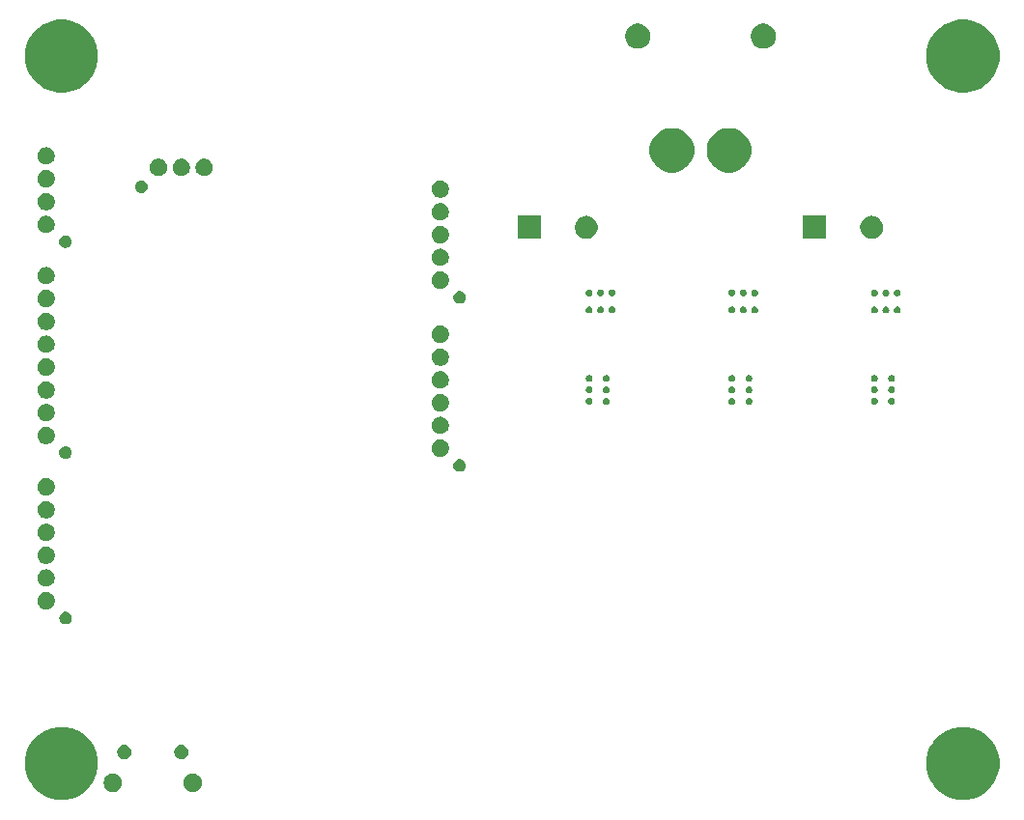
<source format=gbr>
G04 #@! TF.GenerationSoftware,KiCad,Pcbnew,5.1.0-060a0da~80~ubuntu18.04.1*
G04 #@! TF.CreationDate,2019-03-23T20:15:35+08:00*
G04 #@! TF.ProjectId,AgriESC,41677269-4553-4432-9e6b-696361645f70,rev?*
G04 #@! TF.SameCoordinates,Original*
G04 #@! TF.FileFunction,Soldermask,Bot*
G04 #@! TF.FilePolarity,Negative*
%FSLAX46Y46*%
G04 Gerber Fmt 4.6, Leading zero omitted, Abs format (unit mm)*
G04 Created by KiCad (PCBNEW 5.1.0-060a0da~80~ubuntu18.04.1) date 2019-03-23 20:15:35*
%MOMM*%
%LPD*%
G04 APERTURE LIST*
%ADD10C,0.100000*%
G04 APERTURE END LIST*
D10*
G36*
X195933404Y-128922974D02*
G01*
X196515767Y-129164196D01*
X196515768Y-129164197D01*
X197039881Y-129514398D01*
X197485602Y-129960119D01*
X197636710Y-130186268D01*
X197835804Y-130484233D01*
X198077026Y-131066596D01*
X198200000Y-131684826D01*
X198200000Y-132315174D01*
X198077026Y-132933404D01*
X197835804Y-133515767D01*
X197719599Y-133689679D01*
X197485602Y-134039881D01*
X197039881Y-134485602D01*
X196786381Y-134654985D01*
X196515767Y-134835804D01*
X195933404Y-135077026D01*
X195315174Y-135200000D01*
X194684826Y-135200000D01*
X194066596Y-135077026D01*
X193484233Y-134835804D01*
X193213619Y-134654985D01*
X192960119Y-134485602D01*
X192514398Y-134039881D01*
X192280401Y-133689679D01*
X192164196Y-133515767D01*
X191922974Y-132933404D01*
X191800000Y-132315174D01*
X191800000Y-131684826D01*
X191922974Y-131066596D01*
X192164196Y-130484233D01*
X192363290Y-130186268D01*
X192514398Y-129960119D01*
X192960119Y-129514398D01*
X193484232Y-129164197D01*
X193484233Y-129164196D01*
X194066596Y-128922974D01*
X194684826Y-128800000D01*
X195315174Y-128800000D01*
X195933404Y-128922974D01*
X195933404Y-128922974D01*
G37*
G36*
X116933404Y-128922974D02*
G01*
X117515767Y-129164196D01*
X117515768Y-129164197D01*
X118039881Y-129514398D01*
X118485602Y-129960119D01*
X118636710Y-130186268D01*
X118835804Y-130484233D01*
X119077026Y-131066596D01*
X119200000Y-131684826D01*
X119200000Y-132315174D01*
X119077026Y-132933404D01*
X118835804Y-133515767D01*
X118719599Y-133689679D01*
X118485602Y-134039881D01*
X118039881Y-134485602D01*
X117786381Y-134654985D01*
X117515767Y-134835804D01*
X116933404Y-135077026D01*
X116315174Y-135200000D01*
X115684826Y-135200000D01*
X115066596Y-135077026D01*
X114484233Y-134835804D01*
X114213619Y-134654985D01*
X113960119Y-134485602D01*
X113514398Y-134039881D01*
X113280401Y-133689679D01*
X113164196Y-133515767D01*
X112922974Y-132933404D01*
X112800000Y-132315174D01*
X112800000Y-131684826D01*
X112922974Y-131066596D01*
X113164196Y-130484233D01*
X113363290Y-130186268D01*
X113514398Y-129960119D01*
X113960119Y-129514398D01*
X114484232Y-129164197D01*
X114484233Y-129164196D01*
X115066596Y-128922974D01*
X115684826Y-128800000D01*
X116315174Y-128800000D01*
X116933404Y-128922974D01*
X116933404Y-128922974D01*
G37*
G36*
X127733351Y-132930743D02*
G01*
X127878941Y-132991048D01*
X128009970Y-133078599D01*
X128121401Y-133190030D01*
X128208952Y-133321059D01*
X128269257Y-133466649D01*
X128300000Y-133621206D01*
X128300000Y-133778794D01*
X128269257Y-133933351D01*
X128208952Y-134078941D01*
X128121401Y-134209970D01*
X128009970Y-134321401D01*
X127878941Y-134408952D01*
X127733351Y-134469257D01*
X127578794Y-134500000D01*
X127421206Y-134500000D01*
X127266649Y-134469257D01*
X127121059Y-134408952D01*
X126990030Y-134321401D01*
X126878599Y-134209970D01*
X126791048Y-134078941D01*
X126730743Y-133933351D01*
X126700000Y-133778794D01*
X126700000Y-133621206D01*
X126730743Y-133466649D01*
X126791048Y-133321059D01*
X126878599Y-133190030D01*
X126990030Y-133078599D01*
X127121059Y-132991048D01*
X127266649Y-132930743D01*
X127421206Y-132900000D01*
X127578794Y-132900000D01*
X127733351Y-132930743D01*
X127733351Y-132930743D01*
G37*
G36*
X120733351Y-132930743D02*
G01*
X120878941Y-132991048D01*
X121009970Y-133078599D01*
X121121401Y-133190030D01*
X121208952Y-133321059D01*
X121269257Y-133466649D01*
X121300000Y-133621206D01*
X121300000Y-133778794D01*
X121269257Y-133933351D01*
X121208952Y-134078941D01*
X121121401Y-134209970D01*
X121009970Y-134321401D01*
X120878941Y-134408952D01*
X120733351Y-134469257D01*
X120578794Y-134500000D01*
X120421206Y-134500000D01*
X120266649Y-134469257D01*
X120121059Y-134408952D01*
X119990030Y-134321401D01*
X119878599Y-134209970D01*
X119791048Y-134078941D01*
X119730743Y-133933351D01*
X119700000Y-133778794D01*
X119700000Y-133621206D01*
X119730743Y-133466649D01*
X119791048Y-133321059D01*
X119878599Y-133190030D01*
X119990030Y-133078599D01*
X120121059Y-132991048D01*
X120266649Y-132930743D01*
X120421206Y-132900000D01*
X120578794Y-132900000D01*
X120733351Y-132930743D01*
X120733351Y-132930743D01*
G37*
G36*
X121682306Y-130399018D02*
G01*
X121796047Y-130446131D01*
X121898413Y-130514530D01*
X121985470Y-130601587D01*
X122053869Y-130703953D01*
X122100982Y-130817694D01*
X122125000Y-130938442D01*
X122125000Y-131061558D01*
X122100982Y-131182306D01*
X122053869Y-131296047D01*
X121985470Y-131398413D01*
X121898413Y-131485470D01*
X121796047Y-131553869D01*
X121682306Y-131600982D01*
X121561558Y-131625000D01*
X121438442Y-131625000D01*
X121317694Y-131600982D01*
X121203953Y-131553869D01*
X121101587Y-131485470D01*
X121014530Y-131398413D01*
X120946131Y-131296047D01*
X120899018Y-131182306D01*
X120875000Y-131061558D01*
X120875000Y-130938442D01*
X120899018Y-130817694D01*
X120946131Y-130703953D01*
X121014530Y-130601587D01*
X121101587Y-130514530D01*
X121203953Y-130446131D01*
X121317694Y-130399018D01*
X121438442Y-130375000D01*
X121561558Y-130375000D01*
X121682306Y-130399018D01*
X121682306Y-130399018D01*
G37*
G36*
X126682306Y-130399018D02*
G01*
X126796047Y-130446131D01*
X126898413Y-130514530D01*
X126985470Y-130601587D01*
X127053869Y-130703953D01*
X127100982Y-130817694D01*
X127125000Y-130938442D01*
X127125000Y-131061558D01*
X127100982Y-131182306D01*
X127053869Y-131296047D01*
X126985470Y-131398413D01*
X126898413Y-131485470D01*
X126796047Y-131553869D01*
X126682306Y-131600982D01*
X126561558Y-131625000D01*
X126438442Y-131625000D01*
X126317694Y-131600982D01*
X126203953Y-131553869D01*
X126101587Y-131485470D01*
X126014530Y-131398413D01*
X125946131Y-131296047D01*
X125899018Y-131182306D01*
X125875000Y-131061558D01*
X125875000Y-130938442D01*
X125899018Y-130817694D01*
X125946131Y-130703953D01*
X126014530Y-130601587D01*
X126101587Y-130514530D01*
X126203953Y-130446131D01*
X126317694Y-130399018D01*
X126438442Y-130375000D01*
X126561558Y-130375000D01*
X126682306Y-130399018D01*
X126682306Y-130399018D01*
G37*
G36*
X116475009Y-118714091D02*
G01*
X116510429Y-118721136D01*
X116560476Y-118741867D01*
X116610524Y-118762597D01*
X116700602Y-118822785D01*
X116777215Y-118899398D01*
X116837403Y-118989476D01*
X116878864Y-119089572D01*
X116900000Y-119195828D01*
X116900000Y-119304172D01*
X116878864Y-119410428D01*
X116837403Y-119510524D01*
X116777215Y-119600602D01*
X116700602Y-119677215D01*
X116610524Y-119737403D01*
X116560476Y-119758134D01*
X116510429Y-119778864D01*
X116475009Y-119785909D01*
X116404172Y-119800000D01*
X116295828Y-119800000D01*
X116224991Y-119785909D01*
X116189571Y-119778864D01*
X116139524Y-119758134D01*
X116089476Y-119737403D01*
X115999398Y-119677215D01*
X115922785Y-119600602D01*
X115862597Y-119510524D01*
X115821136Y-119410428D01*
X115800000Y-119304172D01*
X115800000Y-119195828D01*
X115821136Y-119089572D01*
X115862597Y-118989476D01*
X115922785Y-118899398D01*
X115999398Y-118822785D01*
X116089476Y-118762597D01*
X116139524Y-118741867D01*
X116189571Y-118721136D01*
X116224991Y-118714091D01*
X116295828Y-118700000D01*
X116404172Y-118700000D01*
X116475009Y-118714091D01*
X116475009Y-118714091D01*
G37*
G36*
X114823195Y-117007522D02*
G01*
X114872267Y-117017283D01*
X115010942Y-117074724D01*
X115135747Y-117158116D01*
X115241884Y-117264253D01*
X115325276Y-117389058D01*
X115382717Y-117527733D01*
X115412000Y-117674950D01*
X115412000Y-117825050D01*
X115382717Y-117972267D01*
X115325276Y-118110942D01*
X115241884Y-118235747D01*
X115135747Y-118341884D01*
X115010942Y-118425276D01*
X114872267Y-118482717D01*
X114823195Y-118492478D01*
X114725052Y-118512000D01*
X114574948Y-118512000D01*
X114476805Y-118492478D01*
X114427733Y-118482717D01*
X114289058Y-118425276D01*
X114164253Y-118341884D01*
X114058116Y-118235747D01*
X113974724Y-118110942D01*
X113917283Y-117972267D01*
X113888000Y-117825050D01*
X113888000Y-117674950D01*
X113917283Y-117527733D01*
X113974724Y-117389058D01*
X114058116Y-117264253D01*
X114164253Y-117158116D01*
X114289058Y-117074724D01*
X114427733Y-117017283D01*
X114476805Y-117007522D01*
X114574948Y-116988000D01*
X114725052Y-116988000D01*
X114823195Y-117007522D01*
X114823195Y-117007522D01*
G37*
G36*
X114823195Y-115007522D02*
G01*
X114872267Y-115017283D01*
X115010942Y-115074724D01*
X115135747Y-115158116D01*
X115241884Y-115264253D01*
X115325276Y-115389058D01*
X115382717Y-115527733D01*
X115412000Y-115674950D01*
X115412000Y-115825050D01*
X115382717Y-115972267D01*
X115325276Y-116110942D01*
X115241884Y-116235747D01*
X115135747Y-116341884D01*
X115010942Y-116425276D01*
X114872267Y-116482717D01*
X114823195Y-116492478D01*
X114725052Y-116512000D01*
X114574948Y-116512000D01*
X114476805Y-116492478D01*
X114427733Y-116482717D01*
X114289058Y-116425276D01*
X114164253Y-116341884D01*
X114058116Y-116235747D01*
X113974724Y-116110942D01*
X113917283Y-115972267D01*
X113888000Y-115825050D01*
X113888000Y-115674950D01*
X113917283Y-115527733D01*
X113974724Y-115389058D01*
X114058116Y-115264253D01*
X114164253Y-115158116D01*
X114289058Y-115074724D01*
X114427733Y-115017283D01*
X114476805Y-115007522D01*
X114574948Y-114988000D01*
X114725052Y-114988000D01*
X114823195Y-115007522D01*
X114823195Y-115007522D01*
G37*
G36*
X114823195Y-113007522D02*
G01*
X114872267Y-113017283D01*
X115010942Y-113074724D01*
X115135747Y-113158116D01*
X115241884Y-113264253D01*
X115325276Y-113389058D01*
X115382717Y-113527733D01*
X115412000Y-113674950D01*
X115412000Y-113825050D01*
X115382717Y-113972267D01*
X115325276Y-114110942D01*
X115241884Y-114235747D01*
X115135747Y-114341884D01*
X115010942Y-114425276D01*
X114872267Y-114482717D01*
X114823195Y-114492478D01*
X114725052Y-114512000D01*
X114574948Y-114512000D01*
X114476805Y-114492478D01*
X114427733Y-114482717D01*
X114289058Y-114425276D01*
X114164253Y-114341884D01*
X114058116Y-114235747D01*
X113974724Y-114110942D01*
X113917283Y-113972267D01*
X113888000Y-113825050D01*
X113888000Y-113674950D01*
X113917283Y-113527733D01*
X113974724Y-113389058D01*
X114058116Y-113264253D01*
X114164253Y-113158116D01*
X114289058Y-113074724D01*
X114427733Y-113017283D01*
X114476805Y-113007522D01*
X114574948Y-112988000D01*
X114725052Y-112988000D01*
X114823195Y-113007522D01*
X114823195Y-113007522D01*
G37*
G36*
X114823195Y-111007522D02*
G01*
X114872267Y-111017283D01*
X115010942Y-111074724D01*
X115135747Y-111158116D01*
X115241884Y-111264253D01*
X115325276Y-111389058D01*
X115382717Y-111527733D01*
X115412000Y-111674950D01*
X115412000Y-111825050D01*
X115382717Y-111972267D01*
X115325276Y-112110942D01*
X115241884Y-112235747D01*
X115135747Y-112341884D01*
X115010942Y-112425276D01*
X114872267Y-112482717D01*
X114823195Y-112492478D01*
X114725052Y-112512000D01*
X114574948Y-112512000D01*
X114476805Y-112492478D01*
X114427733Y-112482717D01*
X114289058Y-112425276D01*
X114164253Y-112341884D01*
X114058116Y-112235747D01*
X113974724Y-112110942D01*
X113917283Y-111972267D01*
X113888000Y-111825050D01*
X113888000Y-111674950D01*
X113917283Y-111527733D01*
X113974724Y-111389058D01*
X114058116Y-111264253D01*
X114164253Y-111158116D01*
X114289058Y-111074724D01*
X114427733Y-111017283D01*
X114476805Y-111007522D01*
X114574948Y-110988000D01*
X114725052Y-110988000D01*
X114823195Y-111007522D01*
X114823195Y-111007522D01*
G37*
G36*
X114823195Y-109007522D02*
G01*
X114872267Y-109017283D01*
X115010942Y-109074724D01*
X115135747Y-109158116D01*
X115241884Y-109264253D01*
X115325276Y-109389058D01*
X115382717Y-109527733D01*
X115412000Y-109674950D01*
X115412000Y-109825050D01*
X115382717Y-109972267D01*
X115325276Y-110110942D01*
X115241884Y-110235747D01*
X115135747Y-110341884D01*
X115010942Y-110425276D01*
X114872267Y-110482717D01*
X114823195Y-110492478D01*
X114725052Y-110512000D01*
X114574948Y-110512000D01*
X114476805Y-110492478D01*
X114427733Y-110482717D01*
X114289058Y-110425276D01*
X114164253Y-110341884D01*
X114058116Y-110235747D01*
X113974724Y-110110942D01*
X113917283Y-109972267D01*
X113888000Y-109825050D01*
X113888000Y-109674950D01*
X113917283Y-109527733D01*
X113974724Y-109389058D01*
X114058116Y-109264253D01*
X114164253Y-109158116D01*
X114289058Y-109074724D01*
X114427733Y-109017283D01*
X114476805Y-109007522D01*
X114574948Y-108988000D01*
X114725052Y-108988000D01*
X114823195Y-109007522D01*
X114823195Y-109007522D01*
G37*
G36*
X114823195Y-107007522D02*
G01*
X114872267Y-107017283D01*
X115010942Y-107074724D01*
X115135747Y-107158116D01*
X115241884Y-107264253D01*
X115325276Y-107389058D01*
X115382717Y-107527733D01*
X115412000Y-107674950D01*
X115412000Y-107825050D01*
X115382717Y-107972267D01*
X115325276Y-108110942D01*
X115241884Y-108235747D01*
X115135747Y-108341884D01*
X115010942Y-108425276D01*
X114872267Y-108482717D01*
X114823195Y-108492478D01*
X114725052Y-108512000D01*
X114574948Y-108512000D01*
X114476805Y-108492478D01*
X114427733Y-108482717D01*
X114289058Y-108425276D01*
X114164253Y-108341884D01*
X114058116Y-108235747D01*
X113974724Y-108110942D01*
X113917283Y-107972267D01*
X113888000Y-107825050D01*
X113888000Y-107674950D01*
X113917283Y-107527733D01*
X113974724Y-107389058D01*
X114058116Y-107264253D01*
X114164253Y-107158116D01*
X114289058Y-107074724D01*
X114427733Y-107017283D01*
X114476805Y-107007522D01*
X114574948Y-106988000D01*
X114725052Y-106988000D01*
X114823195Y-107007522D01*
X114823195Y-107007522D01*
G37*
G36*
X151013009Y-105340091D02*
G01*
X151048429Y-105347136D01*
X151098476Y-105367867D01*
X151148524Y-105388597D01*
X151238602Y-105448785D01*
X151315215Y-105525398D01*
X151375403Y-105615476D01*
X151416864Y-105715572D01*
X151438000Y-105821828D01*
X151438000Y-105930172D01*
X151416864Y-106036428D01*
X151375403Y-106136524D01*
X151315215Y-106226602D01*
X151238602Y-106303215D01*
X151148524Y-106363403D01*
X151098476Y-106384134D01*
X151048429Y-106404864D01*
X151013009Y-106411909D01*
X150942172Y-106426000D01*
X150833828Y-106426000D01*
X150762991Y-106411909D01*
X150727571Y-106404864D01*
X150677524Y-106384134D01*
X150627476Y-106363403D01*
X150537398Y-106303215D01*
X150460785Y-106226602D01*
X150400597Y-106136524D01*
X150359136Y-106036428D01*
X150338000Y-105930172D01*
X150338000Y-105821828D01*
X150359136Y-105715572D01*
X150400597Y-105615476D01*
X150460785Y-105525398D01*
X150537398Y-105448785D01*
X150627476Y-105388597D01*
X150677524Y-105367867D01*
X150727571Y-105347136D01*
X150762991Y-105340091D01*
X150833828Y-105326000D01*
X150942172Y-105326000D01*
X151013009Y-105340091D01*
X151013009Y-105340091D01*
G37*
G36*
X116469009Y-104214091D02*
G01*
X116504429Y-104221136D01*
X116554476Y-104241866D01*
X116604524Y-104262597D01*
X116694602Y-104322785D01*
X116771215Y-104399398D01*
X116831403Y-104489476D01*
X116831403Y-104489477D01*
X116872864Y-104589571D01*
X116874594Y-104598267D01*
X116894000Y-104695828D01*
X116894000Y-104804172D01*
X116872864Y-104910428D01*
X116831403Y-105010524D01*
X116771215Y-105100602D01*
X116694602Y-105177215D01*
X116604524Y-105237403D01*
X116554476Y-105258133D01*
X116504429Y-105278864D01*
X116469009Y-105285909D01*
X116398172Y-105300000D01*
X116289828Y-105300000D01*
X116218991Y-105285909D01*
X116183571Y-105278864D01*
X116133524Y-105258133D01*
X116083476Y-105237403D01*
X115993398Y-105177215D01*
X115916785Y-105100602D01*
X115856597Y-105010524D01*
X115815136Y-104910428D01*
X115794000Y-104804172D01*
X115794000Y-104695828D01*
X115813406Y-104598267D01*
X115815136Y-104589571D01*
X115856597Y-104489477D01*
X115856597Y-104489476D01*
X115916785Y-104399398D01*
X115993398Y-104322785D01*
X116083476Y-104262597D01*
X116133524Y-104241866D01*
X116183571Y-104221136D01*
X116218991Y-104214091D01*
X116289828Y-104200000D01*
X116398172Y-104200000D01*
X116469009Y-104214091D01*
X116469009Y-104214091D01*
G37*
G36*
X149361195Y-103633522D02*
G01*
X149410267Y-103643283D01*
X149548942Y-103700724D01*
X149673747Y-103784116D01*
X149779884Y-103890253D01*
X149863276Y-104015058D01*
X149863276Y-104015059D01*
X149920717Y-104153734D01*
X149950000Y-104300948D01*
X149950000Y-104451052D01*
X149930478Y-104549195D01*
X149920717Y-104598267D01*
X149863276Y-104736942D01*
X149779884Y-104861747D01*
X149673747Y-104967884D01*
X149548942Y-105051276D01*
X149410267Y-105108717D01*
X149361195Y-105118478D01*
X149263052Y-105138000D01*
X149112948Y-105138000D01*
X149014805Y-105118478D01*
X148965733Y-105108717D01*
X148827058Y-105051276D01*
X148702253Y-104967884D01*
X148596116Y-104861747D01*
X148512724Y-104736942D01*
X148455283Y-104598267D01*
X148445522Y-104549195D01*
X148426000Y-104451052D01*
X148426000Y-104300948D01*
X148455283Y-104153734D01*
X148512724Y-104015059D01*
X148512724Y-104015058D01*
X148596116Y-103890253D01*
X148702253Y-103784116D01*
X148827058Y-103700724D01*
X148965733Y-103643283D01*
X149014805Y-103633522D01*
X149112948Y-103614000D01*
X149263052Y-103614000D01*
X149361195Y-103633522D01*
X149361195Y-103633522D01*
G37*
G36*
X114817195Y-102507522D02*
G01*
X114866267Y-102517283D01*
X115004942Y-102574724D01*
X115129747Y-102658116D01*
X115235884Y-102764253D01*
X115319276Y-102889058D01*
X115376717Y-103027733D01*
X115376717Y-103027734D01*
X115398651Y-103138000D01*
X115406000Y-103174950D01*
X115406000Y-103325050D01*
X115376717Y-103472267D01*
X115319276Y-103610942D01*
X115235884Y-103735747D01*
X115129747Y-103841884D01*
X115004942Y-103925276D01*
X114866267Y-103982717D01*
X114817195Y-103992478D01*
X114719052Y-104012000D01*
X114568948Y-104012000D01*
X114470805Y-103992478D01*
X114421733Y-103982717D01*
X114283058Y-103925276D01*
X114158253Y-103841884D01*
X114052116Y-103735747D01*
X113968724Y-103610942D01*
X113911283Y-103472267D01*
X113882000Y-103325050D01*
X113882000Y-103174950D01*
X113889350Y-103138000D01*
X113911283Y-103027734D01*
X113911283Y-103027733D01*
X113968724Y-102889058D01*
X114052116Y-102764253D01*
X114158253Y-102658116D01*
X114283058Y-102574724D01*
X114421733Y-102517283D01*
X114470805Y-102507522D01*
X114568948Y-102488000D01*
X114719052Y-102488000D01*
X114817195Y-102507522D01*
X114817195Y-102507522D01*
G37*
G36*
X149361195Y-101633522D02*
G01*
X149410267Y-101643283D01*
X149548942Y-101700724D01*
X149673747Y-101784116D01*
X149779884Y-101890253D01*
X149863276Y-102015058D01*
X149863276Y-102015059D01*
X149920717Y-102153734D01*
X149950000Y-102300948D01*
X149950000Y-102451052D01*
X149936826Y-102517283D01*
X149920717Y-102598267D01*
X149863276Y-102736942D01*
X149779884Y-102861747D01*
X149673747Y-102967884D01*
X149548942Y-103051276D01*
X149410267Y-103108717D01*
X149361195Y-103118478D01*
X149263052Y-103138000D01*
X149112948Y-103138000D01*
X149014805Y-103118478D01*
X148965733Y-103108717D01*
X148827058Y-103051276D01*
X148702253Y-102967884D01*
X148596116Y-102861747D01*
X148512724Y-102736942D01*
X148455283Y-102598267D01*
X148439174Y-102517283D01*
X148426000Y-102451052D01*
X148426000Y-102300948D01*
X148455283Y-102153734D01*
X148512724Y-102015059D01*
X148512724Y-102015058D01*
X148596116Y-101890253D01*
X148702253Y-101784116D01*
X148827058Y-101700724D01*
X148965733Y-101643283D01*
X149014805Y-101633522D01*
X149112948Y-101614000D01*
X149263052Y-101614000D01*
X149361195Y-101633522D01*
X149361195Y-101633522D01*
G37*
G36*
X114817195Y-100507522D02*
G01*
X114866267Y-100517283D01*
X115004942Y-100574724D01*
X115129747Y-100658116D01*
X115235884Y-100764253D01*
X115319276Y-100889058D01*
X115376717Y-101027733D01*
X115376717Y-101027734D01*
X115398651Y-101138000D01*
X115406000Y-101174950D01*
X115406000Y-101325050D01*
X115376717Y-101472267D01*
X115319276Y-101610942D01*
X115235884Y-101735747D01*
X115129747Y-101841884D01*
X115004942Y-101925276D01*
X114866267Y-101982717D01*
X114817195Y-101992478D01*
X114719052Y-102012000D01*
X114568948Y-102012000D01*
X114470805Y-101992478D01*
X114421733Y-101982717D01*
X114283058Y-101925276D01*
X114158253Y-101841884D01*
X114052116Y-101735747D01*
X113968724Y-101610942D01*
X113911283Y-101472267D01*
X113882000Y-101325050D01*
X113882000Y-101174950D01*
X113889350Y-101138000D01*
X113911283Y-101027734D01*
X113911283Y-101027733D01*
X113968724Y-100889058D01*
X114052116Y-100764253D01*
X114158253Y-100658116D01*
X114283058Y-100574724D01*
X114421733Y-100517283D01*
X114470805Y-100507522D01*
X114568948Y-100488000D01*
X114719052Y-100488000D01*
X114817195Y-100507522D01*
X114817195Y-100507522D01*
G37*
G36*
X149361195Y-99633522D02*
G01*
X149410267Y-99643283D01*
X149548942Y-99700724D01*
X149673747Y-99784116D01*
X149779884Y-99890253D01*
X149863276Y-100015058D01*
X149901731Y-100107897D01*
X149920717Y-100153734D01*
X149950000Y-100300948D01*
X149950000Y-100451052D01*
X149937109Y-100515857D01*
X149920717Y-100598267D01*
X149863276Y-100736942D01*
X149779884Y-100861747D01*
X149673747Y-100967884D01*
X149548942Y-101051276D01*
X149410267Y-101108717D01*
X149361195Y-101118478D01*
X149263052Y-101138000D01*
X149112948Y-101138000D01*
X149014805Y-101118478D01*
X148965733Y-101108717D01*
X148827058Y-101051276D01*
X148702253Y-100967884D01*
X148596116Y-100861747D01*
X148512724Y-100736942D01*
X148455283Y-100598267D01*
X148438891Y-100515857D01*
X148426000Y-100451052D01*
X148426000Y-100300948D01*
X148455283Y-100153734D01*
X148474269Y-100107897D01*
X148512724Y-100015058D01*
X148596116Y-99890253D01*
X148702253Y-99784116D01*
X148827058Y-99700724D01*
X148965733Y-99643283D01*
X149014805Y-99633522D01*
X149112948Y-99614000D01*
X149263052Y-99614000D01*
X149361195Y-99633522D01*
X149361195Y-99633522D01*
G37*
G36*
X163837507Y-99961528D02*
G01*
X163892103Y-99984143D01*
X163941239Y-100016974D01*
X163983026Y-100058761D01*
X164015857Y-100107897D01*
X164038472Y-100162493D01*
X164050000Y-100220453D01*
X164050000Y-100279547D01*
X164038472Y-100337507D01*
X164015857Y-100392103D01*
X163983026Y-100441239D01*
X163941239Y-100483026D01*
X163892103Y-100515857D01*
X163837507Y-100538472D01*
X163779547Y-100550000D01*
X163720453Y-100550000D01*
X163662493Y-100538472D01*
X163607897Y-100515857D01*
X163558761Y-100483026D01*
X163516974Y-100441239D01*
X163484143Y-100392103D01*
X163461528Y-100337507D01*
X163450000Y-100279547D01*
X163450000Y-100220453D01*
X163461528Y-100162493D01*
X163484143Y-100107897D01*
X163516974Y-100058761D01*
X163558761Y-100016974D01*
X163607897Y-99984143D01*
X163662493Y-99961528D01*
X163720453Y-99950000D01*
X163779547Y-99950000D01*
X163837507Y-99961528D01*
X163837507Y-99961528D01*
G37*
G36*
X162337507Y-99961528D02*
G01*
X162392103Y-99984143D01*
X162441239Y-100016974D01*
X162483026Y-100058761D01*
X162515857Y-100107897D01*
X162538472Y-100162493D01*
X162550000Y-100220453D01*
X162550000Y-100279547D01*
X162538472Y-100337507D01*
X162515857Y-100392103D01*
X162483026Y-100441239D01*
X162441239Y-100483026D01*
X162392103Y-100515857D01*
X162337507Y-100538472D01*
X162279547Y-100550000D01*
X162220453Y-100550000D01*
X162162493Y-100538472D01*
X162107897Y-100515857D01*
X162058761Y-100483026D01*
X162016974Y-100441239D01*
X161984143Y-100392103D01*
X161961528Y-100337507D01*
X161950000Y-100279547D01*
X161950000Y-100220453D01*
X161961528Y-100162493D01*
X161984143Y-100107897D01*
X162016974Y-100058761D01*
X162058761Y-100016974D01*
X162107897Y-99984143D01*
X162162493Y-99961528D01*
X162220453Y-99950000D01*
X162279547Y-99950000D01*
X162337507Y-99961528D01*
X162337507Y-99961528D01*
G37*
G36*
X174837507Y-99961528D02*
G01*
X174892103Y-99984143D01*
X174941239Y-100016974D01*
X174983026Y-100058761D01*
X175015857Y-100107897D01*
X175038472Y-100162493D01*
X175050000Y-100220453D01*
X175050000Y-100279547D01*
X175038472Y-100337507D01*
X175015857Y-100392103D01*
X174983026Y-100441239D01*
X174941239Y-100483026D01*
X174892103Y-100515857D01*
X174837507Y-100538472D01*
X174779547Y-100550000D01*
X174720453Y-100550000D01*
X174662493Y-100538472D01*
X174607897Y-100515857D01*
X174558761Y-100483026D01*
X174516974Y-100441239D01*
X174484143Y-100392103D01*
X174461528Y-100337507D01*
X174450000Y-100279547D01*
X174450000Y-100220453D01*
X174461528Y-100162493D01*
X174484143Y-100107897D01*
X174516974Y-100058761D01*
X174558761Y-100016974D01*
X174607897Y-99984143D01*
X174662493Y-99961528D01*
X174720453Y-99950000D01*
X174779547Y-99950000D01*
X174837507Y-99961528D01*
X174837507Y-99961528D01*
G37*
G36*
X188837507Y-99961528D02*
G01*
X188892103Y-99984143D01*
X188941239Y-100016974D01*
X188983026Y-100058761D01*
X189015857Y-100107897D01*
X189038472Y-100162493D01*
X189050000Y-100220453D01*
X189050000Y-100279547D01*
X189038472Y-100337507D01*
X189015857Y-100392103D01*
X188983026Y-100441239D01*
X188941239Y-100483026D01*
X188892103Y-100515857D01*
X188837507Y-100538472D01*
X188779547Y-100550000D01*
X188720453Y-100550000D01*
X188662493Y-100538472D01*
X188607897Y-100515857D01*
X188558761Y-100483026D01*
X188516974Y-100441239D01*
X188484143Y-100392103D01*
X188461528Y-100337507D01*
X188450000Y-100279547D01*
X188450000Y-100220453D01*
X188461528Y-100162493D01*
X188484143Y-100107897D01*
X188516974Y-100058761D01*
X188558761Y-100016974D01*
X188607897Y-99984143D01*
X188662493Y-99961528D01*
X188720453Y-99950000D01*
X188779547Y-99950000D01*
X188837507Y-99961528D01*
X188837507Y-99961528D01*
G37*
G36*
X187337507Y-99961528D02*
G01*
X187392103Y-99984143D01*
X187441239Y-100016974D01*
X187483026Y-100058761D01*
X187515857Y-100107897D01*
X187538472Y-100162493D01*
X187550000Y-100220453D01*
X187550000Y-100279547D01*
X187538472Y-100337507D01*
X187515857Y-100392103D01*
X187483026Y-100441239D01*
X187441239Y-100483026D01*
X187392103Y-100515857D01*
X187337507Y-100538472D01*
X187279547Y-100550000D01*
X187220453Y-100550000D01*
X187162493Y-100538472D01*
X187107897Y-100515857D01*
X187058761Y-100483026D01*
X187016974Y-100441239D01*
X186984143Y-100392103D01*
X186961528Y-100337507D01*
X186950000Y-100279547D01*
X186950000Y-100220453D01*
X186961528Y-100162493D01*
X186984143Y-100107897D01*
X187016974Y-100058761D01*
X187058761Y-100016974D01*
X187107897Y-99984143D01*
X187162493Y-99961528D01*
X187220453Y-99950000D01*
X187279547Y-99950000D01*
X187337507Y-99961528D01*
X187337507Y-99961528D01*
G37*
G36*
X176337507Y-99961528D02*
G01*
X176392103Y-99984143D01*
X176441239Y-100016974D01*
X176483026Y-100058761D01*
X176515857Y-100107897D01*
X176538472Y-100162493D01*
X176550000Y-100220453D01*
X176550000Y-100279547D01*
X176538472Y-100337507D01*
X176515857Y-100392103D01*
X176483026Y-100441239D01*
X176441239Y-100483026D01*
X176392103Y-100515857D01*
X176337507Y-100538472D01*
X176279547Y-100550000D01*
X176220453Y-100550000D01*
X176162493Y-100538472D01*
X176107897Y-100515857D01*
X176058761Y-100483026D01*
X176016974Y-100441239D01*
X175984143Y-100392103D01*
X175961528Y-100337507D01*
X175950000Y-100279547D01*
X175950000Y-100220453D01*
X175961528Y-100162493D01*
X175984143Y-100107897D01*
X176016974Y-100058761D01*
X176058761Y-100016974D01*
X176107897Y-99984143D01*
X176162493Y-99961528D01*
X176220453Y-99950000D01*
X176279547Y-99950000D01*
X176337507Y-99961528D01*
X176337507Y-99961528D01*
G37*
G36*
X114817195Y-98507522D02*
G01*
X114866267Y-98517283D01*
X115004942Y-98574724D01*
X115129747Y-98658116D01*
X115235884Y-98764253D01*
X115319276Y-98889058D01*
X115372260Y-99016973D01*
X115376717Y-99027734D01*
X115406000Y-99174948D01*
X115406000Y-99325052D01*
X115392662Y-99392104D01*
X115376717Y-99472267D01*
X115319276Y-99610942D01*
X115235884Y-99735747D01*
X115129747Y-99841884D01*
X115004942Y-99925276D01*
X114866267Y-99982717D01*
X114817195Y-99992478D01*
X114719052Y-100012000D01*
X114568948Y-100012000D01*
X114470805Y-99992478D01*
X114421733Y-99982717D01*
X114283058Y-99925276D01*
X114158253Y-99841884D01*
X114052116Y-99735747D01*
X113968724Y-99610942D01*
X113911283Y-99472267D01*
X113895338Y-99392104D01*
X113882000Y-99325052D01*
X113882000Y-99174948D01*
X113911283Y-99027734D01*
X113915740Y-99016973D01*
X113968724Y-98889058D01*
X114052116Y-98764253D01*
X114158253Y-98658116D01*
X114283058Y-98574724D01*
X114421733Y-98517283D01*
X114470805Y-98507522D01*
X114568948Y-98488000D01*
X114719052Y-98488000D01*
X114817195Y-98507522D01*
X114817195Y-98507522D01*
G37*
G36*
X162337507Y-98961528D02*
G01*
X162392103Y-98984143D01*
X162441239Y-99016974D01*
X162483026Y-99058761D01*
X162515857Y-99107897D01*
X162538472Y-99162493D01*
X162550000Y-99220453D01*
X162550000Y-99279547D01*
X162538472Y-99337507D01*
X162515857Y-99392103D01*
X162483026Y-99441239D01*
X162441239Y-99483026D01*
X162392103Y-99515857D01*
X162337507Y-99538472D01*
X162279547Y-99550000D01*
X162220453Y-99550000D01*
X162162493Y-99538472D01*
X162107897Y-99515857D01*
X162058761Y-99483026D01*
X162016974Y-99441239D01*
X161984143Y-99392103D01*
X161961528Y-99337507D01*
X161950000Y-99279547D01*
X161950000Y-99220453D01*
X161961528Y-99162493D01*
X161984143Y-99107897D01*
X162016974Y-99058761D01*
X162058761Y-99016974D01*
X162107897Y-98984143D01*
X162162493Y-98961528D01*
X162220453Y-98950000D01*
X162279547Y-98950000D01*
X162337507Y-98961528D01*
X162337507Y-98961528D01*
G37*
G36*
X163837507Y-98961528D02*
G01*
X163892103Y-98984143D01*
X163941239Y-99016974D01*
X163983026Y-99058761D01*
X164015857Y-99107897D01*
X164038472Y-99162493D01*
X164050000Y-99220453D01*
X164050000Y-99279547D01*
X164038472Y-99337507D01*
X164015857Y-99392103D01*
X163983026Y-99441239D01*
X163941239Y-99483026D01*
X163892103Y-99515857D01*
X163837507Y-99538472D01*
X163779547Y-99550000D01*
X163720453Y-99550000D01*
X163662493Y-99538472D01*
X163607897Y-99515857D01*
X163558761Y-99483026D01*
X163516974Y-99441239D01*
X163484143Y-99392103D01*
X163461528Y-99337507D01*
X163450000Y-99279547D01*
X163450000Y-99220453D01*
X163461528Y-99162493D01*
X163484143Y-99107897D01*
X163516974Y-99058761D01*
X163558761Y-99016974D01*
X163607897Y-98984143D01*
X163662493Y-98961528D01*
X163720453Y-98950000D01*
X163779547Y-98950000D01*
X163837507Y-98961528D01*
X163837507Y-98961528D01*
G37*
G36*
X174837507Y-98961528D02*
G01*
X174892103Y-98984143D01*
X174941239Y-99016974D01*
X174983026Y-99058761D01*
X175015857Y-99107897D01*
X175038472Y-99162493D01*
X175050000Y-99220453D01*
X175050000Y-99279547D01*
X175038472Y-99337507D01*
X175015857Y-99392103D01*
X174983026Y-99441239D01*
X174941239Y-99483026D01*
X174892103Y-99515857D01*
X174837507Y-99538472D01*
X174779547Y-99550000D01*
X174720453Y-99550000D01*
X174662493Y-99538472D01*
X174607897Y-99515857D01*
X174558761Y-99483026D01*
X174516974Y-99441239D01*
X174484143Y-99392103D01*
X174461528Y-99337507D01*
X174450000Y-99279547D01*
X174450000Y-99220453D01*
X174461528Y-99162493D01*
X174484143Y-99107897D01*
X174516974Y-99058761D01*
X174558761Y-99016974D01*
X174607897Y-98984143D01*
X174662493Y-98961528D01*
X174720453Y-98950000D01*
X174779547Y-98950000D01*
X174837507Y-98961528D01*
X174837507Y-98961528D01*
G37*
G36*
X176337507Y-98961528D02*
G01*
X176392103Y-98984143D01*
X176441239Y-99016974D01*
X176483026Y-99058761D01*
X176515857Y-99107897D01*
X176538472Y-99162493D01*
X176550000Y-99220453D01*
X176550000Y-99279547D01*
X176538472Y-99337507D01*
X176515857Y-99392103D01*
X176483026Y-99441239D01*
X176441239Y-99483026D01*
X176392103Y-99515857D01*
X176337507Y-99538472D01*
X176279547Y-99550000D01*
X176220453Y-99550000D01*
X176162493Y-99538472D01*
X176107897Y-99515857D01*
X176058761Y-99483026D01*
X176016974Y-99441239D01*
X175984143Y-99392103D01*
X175961528Y-99337507D01*
X175950000Y-99279547D01*
X175950000Y-99220453D01*
X175961528Y-99162493D01*
X175984143Y-99107897D01*
X176016974Y-99058761D01*
X176058761Y-99016974D01*
X176107897Y-98984143D01*
X176162493Y-98961528D01*
X176220453Y-98950000D01*
X176279547Y-98950000D01*
X176337507Y-98961528D01*
X176337507Y-98961528D01*
G37*
G36*
X187337507Y-98961528D02*
G01*
X187392103Y-98984143D01*
X187441239Y-99016974D01*
X187483026Y-99058761D01*
X187515857Y-99107897D01*
X187538472Y-99162493D01*
X187550000Y-99220453D01*
X187550000Y-99279547D01*
X187538472Y-99337507D01*
X187515857Y-99392103D01*
X187483026Y-99441239D01*
X187441239Y-99483026D01*
X187392103Y-99515857D01*
X187337507Y-99538472D01*
X187279547Y-99550000D01*
X187220453Y-99550000D01*
X187162493Y-99538472D01*
X187107897Y-99515857D01*
X187058761Y-99483026D01*
X187016974Y-99441239D01*
X186984143Y-99392103D01*
X186961528Y-99337507D01*
X186950000Y-99279547D01*
X186950000Y-99220453D01*
X186961528Y-99162493D01*
X186984143Y-99107897D01*
X187016974Y-99058761D01*
X187058761Y-99016974D01*
X187107897Y-98984143D01*
X187162493Y-98961528D01*
X187220453Y-98950000D01*
X187279547Y-98950000D01*
X187337507Y-98961528D01*
X187337507Y-98961528D01*
G37*
G36*
X188837507Y-98961528D02*
G01*
X188892103Y-98984143D01*
X188941239Y-99016974D01*
X188983026Y-99058761D01*
X189015857Y-99107897D01*
X189038472Y-99162493D01*
X189050000Y-99220453D01*
X189050000Y-99279547D01*
X189038472Y-99337507D01*
X189015857Y-99392103D01*
X188983026Y-99441239D01*
X188941239Y-99483026D01*
X188892103Y-99515857D01*
X188837507Y-99538472D01*
X188779547Y-99550000D01*
X188720453Y-99550000D01*
X188662493Y-99538472D01*
X188607897Y-99515857D01*
X188558761Y-99483026D01*
X188516974Y-99441239D01*
X188484143Y-99392103D01*
X188461528Y-99337507D01*
X188450000Y-99279547D01*
X188450000Y-99220453D01*
X188461528Y-99162493D01*
X188484143Y-99107897D01*
X188516974Y-99058761D01*
X188558761Y-99016974D01*
X188607897Y-98984143D01*
X188662493Y-98961528D01*
X188720453Y-98950000D01*
X188779547Y-98950000D01*
X188837507Y-98961528D01*
X188837507Y-98961528D01*
G37*
G36*
X149361195Y-97633522D02*
G01*
X149410267Y-97643283D01*
X149548942Y-97700724D01*
X149673747Y-97784116D01*
X149779884Y-97890253D01*
X149863276Y-98015058D01*
X149901731Y-98107897D01*
X149920717Y-98153734D01*
X149950000Y-98300948D01*
X149950000Y-98451052D01*
X149937109Y-98515857D01*
X149920717Y-98598267D01*
X149863276Y-98736942D01*
X149779884Y-98861747D01*
X149673747Y-98967884D01*
X149548942Y-99051276D01*
X149410267Y-99108717D01*
X149361195Y-99118478D01*
X149263052Y-99138000D01*
X149112948Y-99138000D01*
X149014805Y-99118478D01*
X148965733Y-99108717D01*
X148827058Y-99051276D01*
X148702253Y-98967884D01*
X148596116Y-98861747D01*
X148512724Y-98736942D01*
X148455283Y-98598267D01*
X148438891Y-98515857D01*
X148426000Y-98451052D01*
X148426000Y-98300948D01*
X148455283Y-98153734D01*
X148474269Y-98107897D01*
X148512724Y-98015058D01*
X148596116Y-97890253D01*
X148702253Y-97784116D01*
X148827058Y-97700724D01*
X148965733Y-97643283D01*
X149014805Y-97633522D01*
X149112948Y-97614000D01*
X149263052Y-97614000D01*
X149361195Y-97633522D01*
X149361195Y-97633522D01*
G37*
G36*
X187337507Y-97961528D02*
G01*
X187392103Y-97984143D01*
X187441239Y-98016974D01*
X187483026Y-98058761D01*
X187515857Y-98107897D01*
X187538472Y-98162493D01*
X187550000Y-98220453D01*
X187550000Y-98279547D01*
X187538472Y-98337507D01*
X187515857Y-98392103D01*
X187483026Y-98441239D01*
X187441239Y-98483026D01*
X187392103Y-98515857D01*
X187337507Y-98538472D01*
X187279547Y-98550000D01*
X187220453Y-98550000D01*
X187162493Y-98538472D01*
X187107897Y-98515857D01*
X187058761Y-98483026D01*
X187016974Y-98441239D01*
X186984143Y-98392103D01*
X186961528Y-98337507D01*
X186950000Y-98279547D01*
X186950000Y-98220453D01*
X186961528Y-98162493D01*
X186984143Y-98107897D01*
X187016974Y-98058761D01*
X187058761Y-98016974D01*
X187107897Y-97984143D01*
X187162493Y-97961528D01*
X187220453Y-97950000D01*
X187279547Y-97950000D01*
X187337507Y-97961528D01*
X187337507Y-97961528D01*
G37*
G36*
X188837507Y-97961528D02*
G01*
X188892103Y-97984143D01*
X188941239Y-98016974D01*
X188983026Y-98058761D01*
X189015857Y-98107897D01*
X189038472Y-98162493D01*
X189050000Y-98220453D01*
X189050000Y-98279547D01*
X189038472Y-98337507D01*
X189015857Y-98392103D01*
X188983026Y-98441239D01*
X188941239Y-98483026D01*
X188892103Y-98515857D01*
X188837507Y-98538472D01*
X188779547Y-98550000D01*
X188720453Y-98550000D01*
X188662493Y-98538472D01*
X188607897Y-98515857D01*
X188558761Y-98483026D01*
X188516974Y-98441239D01*
X188484143Y-98392103D01*
X188461528Y-98337507D01*
X188450000Y-98279547D01*
X188450000Y-98220453D01*
X188461528Y-98162493D01*
X188484143Y-98107897D01*
X188516974Y-98058761D01*
X188558761Y-98016974D01*
X188607897Y-97984143D01*
X188662493Y-97961528D01*
X188720453Y-97950000D01*
X188779547Y-97950000D01*
X188837507Y-97961528D01*
X188837507Y-97961528D01*
G37*
G36*
X162337507Y-97961528D02*
G01*
X162392103Y-97984143D01*
X162441239Y-98016974D01*
X162483026Y-98058761D01*
X162515857Y-98107897D01*
X162538472Y-98162493D01*
X162550000Y-98220453D01*
X162550000Y-98279547D01*
X162538472Y-98337507D01*
X162515857Y-98392103D01*
X162483026Y-98441239D01*
X162441239Y-98483026D01*
X162392103Y-98515857D01*
X162337507Y-98538472D01*
X162279547Y-98550000D01*
X162220453Y-98550000D01*
X162162493Y-98538472D01*
X162107897Y-98515857D01*
X162058761Y-98483026D01*
X162016974Y-98441239D01*
X161984143Y-98392103D01*
X161961528Y-98337507D01*
X161950000Y-98279547D01*
X161950000Y-98220453D01*
X161961528Y-98162493D01*
X161984143Y-98107897D01*
X162016974Y-98058761D01*
X162058761Y-98016974D01*
X162107897Y-97984143D01*
X162162493Y-97961528D01*
X162220453Y-97950000D01*
X162279547Y-97950000D01*
X162337507Y-97961528D01*
X162337507Y-97961528D01*
G37*
G36*
X174837507Y-97961528D02*
G01*
X174892103Y-97984143D01*
X174941239Y-98016974D01*
X174983026Y-98058761D01*
X175015857Y-98107897D01*
X175038472Y-98162493D01*
X175050000Y-98220453D01*
X175050000Y-98279547D01*
X175038472Y-98337507D01*
X175015857Y-98392103D01*
X174983026Y-98441239D01*
X174941239Y-98483026D01*
X174892103Y-98515857D01*
X174837507Y-98538472D01*
X174779547Y-98550000D01*
X174720453Y-98550000D01*
X174662493Y-98538472D01*
X174607897Y-98515857D01*
X174558761Y-98483026D01*
X174516974Y-98441239D01*
X174484143Y-98392103D01*
X174461528Y-98337507D01*
X174450000Y-98279547D01*
X174450000Y-98220453D01*
X174461528Y-98162493D01*
X174484143Y-98107897D01*
X174516974Y-98058761D01*
X174558761Y-98016974D01*
X174607897Y-97984143D01*
X174662493Y-97961528D01*
X174720453Y-97950000D01*
X174779547Y-97950000D01*
X174837507Y-97961528D01*
X174837507Y-97961528D01*
G37*
G36*
X163837507Y-97961528D02*
G01*
X163892103Y-97984143D01*
X163941239Y-98016974D01*
X163983026Y-98058761D01*
X164015857Y-98107897D01*
X164038472Y-98162493D01*
X164050000Y-98220453D01*
X164050000Y-98279547D01*
X164038472Y-98337507D01*
X164015857Y-98392103D01*
X163983026Y-98441239D01*
X163941239Y-98483026D01*
X163892103Y-98515857D01*
X163837507Y-98538472D01*
X163779547Y-98550000D01*
X163720453Y-98550000D01*
X163662493Y-98538472D01*
X163607897Y-98515857D01*
X163558761Y-98483026D01*
X163516974Y-98441239D01*
X163484143Y-98392103D01*
X163461528Y-98337507D01*
X163450000Y-98279547D01*
X163450000Y-98220453D01*
X163461528Y-98162493D01*
X163484143Y-98107897D01*
X163516974Y-98058761D01*
X163558761Y-98016974D01*
X163607897Y-97984143D01*
X163662493Y-97961528D01*
X163720453Y-97950000D01*
X163779547Y-97950000D01*
X163837507Y-97961528D01*
X163837507Y-97961528D01*
G37*
G36*
X176337507Y-97961528D02*
G01*
X176392103Y-97984143D01*
X176441239Y-98016974D01*
X176483026Y-98058761D01*
X176515857Y-98107897D01*
X176538472Y-98162493D01*
X176550000Y-98220453D01*
X176550000Y-98279547D01*
X176538472Y-98337507D01*
X176515857Y-98392103D01*
X176483026Y-98441239D01*
X176441239Y-98483026D01*
X176392103Y-98515857D01*
X176337507Y-98538472D01*
X176279547Y-98550000D01*
X176220453Y-98550000D01*
X176162493Y-98538472D01*
X176107897Y-98515857D01*
X176058761Y-98483026D01*
X176016974Y-98441239D01*
X175984143Y-98392103D01*
X175961528Y-98337507D01*
X175950000Y-98279547D01*
X175950000Y-98220453D01*
X175961528Y-98162493D01*
X175984143Y-98107897D01*
X176016974Y-98058761D01*
X176058761Y-98016974D01*
X176107897Y-97984143D01*
X176162493Y-97961528D01*
X176220453Y-97950000D01*
X176279547Y-97950000D01*
X176337507Y-97961528D01*
X176337507Y-97961528D01*
G37*
G36*
X114817195Y-96507522D02*
G01*
X114866267Y-96517283D01*
X115004942Y-96574724D01*
X115129747Y-96658116D01*
X115235884Y-96764253D01*
X115319276Y-96889058D01*
X115376717Y-97027733D01*
X115376717Y-97027734D01*
X115398651Y-97138000D01*
X115406000Y-97174950D01*
X115406000Y-97325050D01*
X115376717Y-97472267D01*
X115319276Y-97610942D01*
X115235884Y-97735747D01*
X115129747Y-97841884D01*
X115004942Y-97925276D01*
X114866267Y-97982717D01*
X114817195Y-97992478D01*
X114719052Y-98012000D01*
X114568948Y-98012000D01*
X114470805Y-97992478D01*
X114421733Y-97982717D01*
X114283058Y-97925276D01*
X114158253Y-97841884D01*
X114052116Y-97735747D01*
X113968724Y-97610942D01*
X113911283Y-97472267D01*
X113882000Y-97325050D01*
X113882000Y-97174950D01*
X113889350Y-97138000D01*
X113911283Y-97027734D01*
X113911283Y-97027733D01*
X113968724Y-96889058D01*
X114052116Y-96764253D01*
X114158253Y-96658116D01*
X114283058Y-96574724D01*
X114421733Y-96517283D01*
X114470805Y-96507522D01*
X114568948Y-96488000D01*
X114719052Y-96488000D01*
X114817195Y-96507522D01*
X114817195Y-96507522D01*
G37*
G36*
X149361195Y-95633522D02*
G01*
X149410267Y-95643283D01*
X149548942Y-95700724D01*
X149673747Y-95784116D01*
X149779884Y-95890253D01*
X149863276Y-96015058D01*
X149863276Y-96015059D01*
X149920717Y-96153734D01*
X149950000Y-96300948D01*
X149950000Y-96451052D01*
X149936826Y-96517283D01*
X149920717Y-96598267D01*
X149863276Y-96736942D01*
X149779884Y-96861747D01*
X149673747Y-96967884D01*
X149548942Y-97051276D01*
X149410267Y-97108717D01*
X149361195Y-97118478D01*
X149263052Y-97138000D01*
X149112948Y-97138000D01*
X149014805Y-97118478D01*
X148965733Y-97108717D01*
X148827058Y-97051276D01*
X148702253Y-96967884D01*
X148596116Y-96861747D01*
X148512724Y-96736942D01*
X148455283Y-96598267D01*
X148439174Y-96517283D01*
X148426000Y-96451052D01*
X148426000Y-96300948D01*
X148455283Y-96153734D01*
X148512724Y-96015059D01*
X148512724Y-96015058D01*
X148596116Y-95890253D01*
X148702253Y-95784116D01*
X148827058Y-95700724D01*
X148965733Y-95643283D01*
X149014805Y-95633522D01*
X149112948Y-95614000D01*
X149263052Y-95614000D01*
X149361195Y-95633522D01*
X149361195Y-95633522D01*
G37*
G36*
X114817195Y-94507522D02*
G01*
X114866267Y-94517283D01*
X115004942Y-94574724D01*
X115129747Y-94658116D01*
X115235884Y-94764253D01*
X115319276Y-94889058D01*
X115376717Y-95027733D01*
X115376717Y-95027734D01*
X115398651Y-95138000D01*
X115406000Y-95174950D01*
X115406000Y-95325050D01*
X115376717Y-95472267D01*
X115319276Y-95610942D01*
X115235884Y-95735747D01*
X115129747Y-95841884D01*
X115004942Y-95925276D01*
X114866267Y-95982717D01*
X114817195Y-95992478D01*
X114719052Y-96012000D01*
X114568948Y-96012000D01*
X114470805Y-95992478D01*
X114421733Y-95982717D01*
X114283058Y-95925276D01*
X114158253Y-95841884D01*
X114052116Y-95735747D01*
X113968724Y-95610942D01*
X113911283Y-95472267D01*
X113882000Y-95325050D01*
X113882000Y-95174950D01*
X113889350Y-95138000D01*
X113911283Y-95027734D01*
X113911283Y-95027733D01*
X113968724Y-94889058D01*
X114052116Y-94764253D01*
X114158253Y-94658116D01*
X114283058Y-94574724D01*
X114421733Y-94517283D01*
X114470805Y-94507522D01*
X114568948Y-94488000D01*
X114719052Y-94488000D01*
X114817195Y-94507522D01*
X114817195Y-94507522D01*
G37*
G36*
X149361195Y-93633522D02*
G01*
X149410267Y-93643283D01*
X149548942Y-93700724D01*
X149673747Y-93784116D01*
X149779884Y-93890253D01*
X149863276Y-94015058D01*
X149863276Y-94015059D01*
X149920717Y-94153734D01*
X149950000Y-94300948D01*
X149950000Y-94451052D01*
X149936826Y-94517283D01*
X149920717Y-94598267D01*
X149863276Y-94736942D01*
X149779884Y-94861747D01*
X149673747Y-94967884D01*
X149548942Y-95051276D01*
X149410267Y-95108717D01*
X149361195Y-95118478D01*
X149263052Y-95138000D01*
X149112948Y-95138000D01*
X149014805Y-95118478D01*
X148965733Y-95108717D01*
X148827058Y-95051276D01*
X148702253Y-94967884D01*
X148596116Y-94861747D01*
X148512724Y-94736942D01*
X148455283Y-94598267D01*
X148439174Y-94517283D01*
X148426000Y-94451052D01*
X148426000Y-94300948D01*
X148455283Y-94153734D01*
X148512724Y-94015059D01*
X148512724Y-94015058D01*
X148596116Y-93890253D01*
X148702253Y-93784116D01*
X148827058Y-93700724D01*
X148965733Y-93643283D01*
X149014805Y-93633522D01*
X149112948Y-93614000D01*
X149263052Y-93614000D01*
X149361195Y-93633522D01*
X149361195Y-93633522D01*
G37*
G36*
X114817195Y-92507522D02*
G01*
X114866267Y-92517283D01*
X115004942Y-92574724D01*
X115129747Y-92658116D01*
X115235884Y-92764253D01*
X115319276Y-92889058D01*
X115376717Y-93027733D01*
X115406000Y-93174950D01*
X115406000Y-93325050D01*
X115376717Y-93472267D01*
X115319276Y-93610942D01*
X115235884Y-93735747D01*
X115129747Y-93841884D01*
X115004942Y-93925276D01*
X114866267Y-93982717D01*
X114817195Y-93992478D01*
X114719052Y-94012000D01*
X114568948Y-94012000D01*
X114470805Y-93992478D01*
X114421733Y-93982717D01*
X114283058Y-93925276D01*
X114158253Y-93841884D01*
X114052116Y-93735747D01*
X113968724Y-93610942D01*
X113911283Y-93472267D01*
X113882000Y-93325050D01*
X113882000Y-93174950D01*
X113911283Y-93027733D01*
X113968724Y-92889058D01*
X114052116Y-92764253D01*
X114158253Y-92658116D01*
X114283058Y-92574724D01*
X114421733Y-92517283D01*
X114470805Y-92507522D01*
X114568948Y-92488000D01*
X114719052Y-92488000D01*
X114817195Y-92507522D01*
X114817195Y-92507522D01*
G37*
G36*
X174837507Y-91961528D02*
G01*
X174892103Y-91984143D01*
X174941239Y-92016974D01*
X174983026Y-92058761D01*
X175015857Y-92107897D01*
X175038472Y-92162493D01*
X175050000Y-92220453D01*
X175050000Y-92279547D01*
X175038472Y-92337507D01*
X175015857Y-92392103D01*
X174983026Y-92441239D01*
X174941239Y-92483026D01*
X174892103Y-92515857D01*
X174837507Y-92538472D01*
X174779547Y-92550000D01*
X174720453Y-92550000D01*
X174662493Y-92538472D01*
X174607897Y-92515857D01*
X174558761Y-92483026D01*
X174516974Y-92441239D01*
X174484143Y-92392103D01*
X174461528Y-92337507D01*
X174450000Y-92279547D01*
X174450000Y-92220453D01*
X174461528Y-92162493D01*
X174484143Y-92107897D01*
X174516974Y-92058761D01*
X174558761Y-92016974D01*
X174607897Y-91984143D01*
X174662493Y-91961528D01*
X174720453Y-91950000D01*
X174779547Y-91950000D01*
X174837507Y-91961528D01*
X174837507Y-91961528D01*
G37*
G36*
X176837507Y-91961528D02*
G01*
X176892103Y-91984143D01*
X176941239Y-92016974D01*
X176983026Y-92058761D01*
X177015857Y-92107897D01*
X177038472Y-92162493D01*
X177050000Y-92220453D01*
X177050000Y-92279547D01*
X177038472Y-92337507D01*
X177015857Y-92392103D01*
X176983026Y-92441239D01*
X176941239Y-92483026D01*
X176892103Y-92515857D01*
X176837507Y-92538472D01*
X176779547Y-92550000D01*
X176720453Y-92550000D01*
X176662493Y-92538472D01*
X176607897Y-92515857D01*
X176558761Y-92483026D01*
X176516974Y-92441239D01*
X176484143Y-92392103D01*
X176461528Y-92337507D01*
X176450000Y-92279547D01*
X176450000Y-92220453D01*
X176461528Y-92162493D01*
X176484143Y-92107897D01*
X176516974Y-92058761D01*
X176558761Y-92016974D01*
X176607897Y-91984143D01*
X176662493Y-91961528D01*
X176720453Y-91950000D01*
X176779547Y-91950000D01*
X176837507Y-91961528D01*
X176837507Y-91961528D01*
G37*
G36*
X175837507Y-91961528D02*
G01*
X175892103Y-91984143D01*
X175941239Y-92016974D01*
X175983026Y-92058761D01*
X176015857Y-92107897D01*
X176038472Y-92162493D01*
X176050000Y-92220453D01*
X176050000Y-92279547D01*
X176038472Y-92337507D01*
X176015857Y-92392103D01*
X175983026Y-92441239D01*
X175941239Y-92483026D01*
X175892103Y-92515857D01*
X175837507Y-92538472D01*
X175779547Y-92550000D01*
X175720453Y-92550000D01*
X175662493Y-92538472D01*
X175607897Y-92515857D01*
X175558761Y-92483026D01*
X175516974Y-92441239D01*
X175484143Y-92392103D01*
X175461528Y-92337507D01*
X175450000Y-92279547D01*
X175450000Y-92220453D01*
X175461528Y-92162493D01*
X175484143Y-92107897D01*
X175516974Y-92058761D01*
X175558761Y-92016974D01*
X175607897Y-91984143D01*
X175662493Y-91961528D01*
X175720453Y-91950000D01*
X175779547Y-91950000D01*
X175837507Y-91961528D01*
X175837507Y-91961528D01*
G37*
G36*
X187337507Y-91961528D02*
G01*
X187392103Y-91984143D01*
X187441239Y-92016974D01*
X187483026Y-92058761D01*
X187515857Y-92107897D01*
X187538472Y-92162493D01*
X187550000Y-92220453D01*
X187550000Y-92279547D01*
X187538472Y-92337507D01*
X187515857Y-92392103D01*
X187483026Y-92441239D01*
X187441239Y-92483026D01*
X187392103Y-92515857D01*
X187337507Y-92538472D01*
X187279547Y-92550000D01*
X187220453Y-92550000D01*
X187162493Y-92538472D01*
X187107897Y-92515857D01*
X187058761Y-92483026D01*
X187016974Y-92441239D01*
X186984143Y-92392103D01*
X186961528Y-92337507D01*
X186950000Y-92279547D01*
X186950000Y-92220453D01*
X186961528Y-92162493D01*
X186984143Y-92107897D01*
X187016974Y-92058761D01*
X187058761Y-92016974D01*
X187107897Y-91984143D01*
X187162493Y-91961528D01*
X187220453Y-91950000D01*
X187279547Y-91950000D01*
X187337507Y-91961528D01*
X187337507Y-91961528D01*
G37*
G36*
X188337507Y-91961528D02*
G01*
X188392103Y-91984143D01*
X188441239Y-92016974D01*
X188483026Y-92058761D01*
X188515857Y-92107897D01*
X188538472Y-92162493D01*
X188550000Y-92220453D01*
X188550000Y-92279547D01*
X188538472Y-92337507D01*
X188515857Y-92392103D01*
X188483026Y-92441239D01*
X188441239Y-92483026D01*
X188392103Y-92515857D01*
X188337507Y-92538472D01*
X188279547Y-92550000D01*
X188220453Y-92550000D01*
X188162493Y-92538472D01*
X188107897Y-92515857D01*
X188058761Y-92483026D01*
X188016974Y-92441239D01*
X187984143Y-92392103D01*
X187961528Y-92337507D01*
X187950000Y-92279547D01*
X187950000Y-92220453D01*
X187961528Y-92162493D01*
X187984143Y-92107897D01*
X188016974Y-92058761D01*
X188058761Y-92016974D01*
X188107897Y-91984143D01*
X188162493Y-91961528D01*
X188220453Y-91950000D01*
X188279547Y-91950000D01*
X188337507Y-91961528D01*
X188337507Y-91961528D01*
G37*
G36*
X162337507Y-91961528D02*
G01*
X162392103Y-91984143D01*
X162441239Y-92016974D01*
X162483026Y-92058761D01*
X162515857Y-92107897D01*
X162538472Y-92162493D01*
X162550000Y-92220453D01*
X162550000Y-92279547D01*
X162538472Y-92337507D01*
X162515857Y-92392103D01*
X162483026Y-92441239D01*
X162441239Y-92483026D01*
X162392103Y-92515857D01*
X162337507Y-92538472D01*
X162279547Y-92550000D01*
X162220453Y-92550000D01*
X162162493Y-92538472D01*
X162107897Y-92515857D01*
X162058761Y-92483026D01*
X162016974Y-92441239D01*
X161984143Y-92392103D01*
X161961528Y-92337507D01*
X161950000Y-92279547D01*
X161950000Y-92220453D01*
X161961528Y-92162493D01*
X161984143Y-92107897D01*
X162016974Y-92058761D01*
X162058761Y-92016974D01*
X162107897Y-91984143D01*
X162162493Y-91961528D01*
X162220453Y-91950000D01*
X162279547Y-91950000D01*
X162337507Y-91961528D01*
X162337507Y-91961528D01*
G37*
G36*
X163337507Y-91961528D02*
G01*
X163392103Y-91984143D01*
X163441239Y-92016974D01*
X163483026Y-92058761D01*
X163515857Y-92107897D01*
X163538472Y-92162493D01*
X163550000Y-92220453D01*
X163550000Y-92279547D01*
X163538472Y-92337507D01*
X163515857Y-92392103D01*
X163483026Y-92441239D01*
X163441239Y-92483026D01*
X163392103Y-92515857D01*
X163337507Y-92538472D01*
X163279547Y-92550000D01*
X163220453Y-92550000D01*
X163162493Y-92538472D01*
X163107897Y-92515857D01*
X163058761Y-92483026D01*
X163016974Y-92441239D01*
X162984143Y-92392103D01*
X162961528Y-92337507D01*
X162950000Y-92279547D01*
X162950000Y-92220453D01*
X162961528Y-92162493D01*
X162984143Y-92107897D01*
X163016974Y-92058761D01*
X163058761Y-92016974D01*
X163107897Y-91984143D01*
X163162493Y-91961528D01*
X163220453Y-91950000D01*
X163279547Y-91950000D01*
X163337507Y-91961528D01*
X163337507Y-91961528D01*
G37*
G36*
X164337507Y-91961528D02*
G01*
X164392103Y-91984143D01*
X164441239Y-92016974D01*
X164483026Y-92058761D01*
X164515857Y-92107897D01*
X164538472Y-92162493D01*
X164550000Y-92220453D01*
X164550000Y-92279547D01*
X164538472Y-92337507D01*
X164515857Y-92392103D01*
X164483026Y-92441239D01*
X164441239Y-92483026D01*
X164392103Y-92515857D01*
X164337507Y-92538472D01*
X164279547Y-92550000D01*
X164220453Y-92550000D01*
X164162493Y-92538472D01*
X164107897Y-92515857D01*
X164058761Y-92483026D01*
X164016974Y-92441239D01*
X163984143Y-92392103D01*
X163961528Y-92337507D01*
X163950000Y-92279547D01*
X163950000Y-92220453D01*
X163961528Y-92162493D01*
X163984143Y-92107897D01*
X164016974Y-92058761D01*
X164058761Y-92016974D01*
X164107897Y-91984143D01*
X164162493Y-91961528D01*
X164220453Y-91950000D01*
X164279547Y-91950000D01*
X164337507Y-91961528D01*
X164337507Y-91961528D01*
G37*
G36*
X189337507Y-91961528D02*
G01*
X189392103Y-91984143D01*
X189441239Y-92016974D01*
X189483026Y-92058761D01*
X189515857Y-92107897D01*
X189538472Y-92162493D01*
X189550000Y-92220453D01*
X189550000Y-92279547D01*
X189538472Y-92337507D01*
X189515857Y-92392103D01*
X189483026Y-92441239D01*
X189441239Y-92483026D01*
X189392103Y-92515857D01*
X189337507Y-92538472D01*
X189279547Y-92550000D01*
X189220453Y-92550000D01*
X189162493Y-92538472D01*
X189107897Y-92515857D01*
X189058761Y-92483026D01*
X189016974Y-92441239D01*
X188984143Y-92392103D01*
X188961528Y-92337507D01*
X188950000Y-92279547D01*
X188950000Y-92220453D01*
X188961528Y-92162493D01*
X188984143Y-92107897D01*
X189016974Y-92058761D01*
X189058761Y-92016974D01*
X189107897Y-91984143D01*
X189162493Y-91961528D01*
X189220453Y-91950000D01*
X189279547Y-91950000D01*
X189337507Y-91961528D01*
X189337507Y-91961528D01*
G37*
G36*
X114817195Y-90507522D02*
G01*
X114866267Y-90517283D01*
X115004942Y-90574724D01*
X115129747Y-90658116D01*
X115235884Y-90764253D01*
X115319276Y-90889058D01*
X115376717Y-91027733D01*
X115406000Y-91174950D01*
X115406000Y-91325050D01*
X115376717Y-91472267D01*
X115319276Y-91610942D01*
X115235884Y-91735747D01*
X115129747Y-91841884D01*
X115004942Y-91925276D01*
X114866267Y-91982717D01*
X114817195Y-91992478D01*
X114719052Y-92012000D01*
X114568948Y-92012000D01*
X114470805Y-91992478D01*
X114421733Y-91982717D01*
X114283058Y-91925276D01*
X114158253Y-91841884D01*
X114052116Y-91735747D01*
X113968724Y-91610942D01*
X113911283Y-91472267D01*
X113882000Y-91325050D01*
X113882000Y-91174950D01*
X113911283Y-91027733D01*
X113968724Y-90889058D01*
X114052116Y-90764253D01*
X114158253Y-90658116D01*
X114283058Y-90574724D01*
X114421733Y-90517283D01*
X114470805Y-90507522D01*
X114568948Y-90488000D01*
X114719052Y-90488000D01*
X114817195Y-90507522D01*
X114817195Y-90507522D01*
G37*
G36*
X151012031Y-90607896D02*
G01*
X151048429Y-90615136D01*
X151098476Y-90635866D01*
X151148524Y-90656597D01*
X151238602Y-90716785D01*
X151315215Y-90793398D01*
X151375403Y-90883476D01*
X151396134Y-90933524D01*
X151416639Y-90983027D01*
X151416864Y-90983572D01*
X151430078Y-91050000D01*
X151438000Y-91089830D01*
X151438000Y-91198170D01*
X151416864Y-91304429D01*
X151396134Y-91354476D01*
X151375403Y-91404524D01*
X151315215Y-91494602D01*
X151238602Y-91571215D01*
X151148524Y-91631403D01*
X151098476Y-91652134D01*
X151048429Y-91672864D01*
X151013009Y-91679909D01*
X150942172Y-91694000D01*
X150833828Y-91694000D01*
X150762991Y-91679909D01*
X150727571Y-91672864D01*
X150677524Y-91652133D01*
X150627476Y-91631403D01*
X150537398Y-91571215D01*
X150460785Y-91494602D01*
X150400597Y-91404524D01*
X150379867Y-91354476D01*
X150359136Y-91304429D01*
X150338000Y-91198170D01*
X150338000Y-91089830D01*
X150345923Y-91050000D01*
X150359136Y-90983572D01*
X150359362Y-90983027D01*
X150379867Y-90933524D01*
X150400597Y-90883476D01*
X150460785Y-90793398D01*
X150537398Y-90716785D01*
X150627476Y-90656597D01*
X150677524Y-90635866D01*
X150727571Y-90615136D01*
X150763969Y-90607896D01*
X150833828Y-90594000D01*
X150942172Y-90594000D01*
X151012031Y-90607896D01*
X151012031Y-90607896D01*
G37*
G36*
X188337507Y-90461528D02*
G01*
X188392103Y-90484143D01*
X188441239Y-90516974D01*
X188483026Y-90558761D01*
X188515857Y-90607897D01*
X188538472Y-90662493D01*
X188550000Y-90720453D01*
X188550000Y-90779547D01*
X188538472Y-90837507D01*
X188515857Y-90892103D01*
X188483026Y-90941239D01*
X188441239Y-90983026D01*
X188392103Y-91015857D01*
X188337507Y-91038472D01*
X188279547Y-91050000D01*
X188220453Y-91050000D01*
X188162493Y-91038472D01*
X188107897Y-91015857D01*
X188058761Y-90983026D01*
X188016974Y-90941239D01*
X187984143Y-90892103D01*
X187961528Y-90837507D01*
X187950000Y-90779547D01*
X187950000Y-90720453D01*
X187961528Y-90662493D01*
X187984143Y-90607897D01*
X188016974Y-90558761D01*
X188058761Y-90516974D01*
X188107897Y-90484143D01*
X188162493Y-90461528D01*
X188220453Y-90450000D01*
X188279547Y-90450000D01*
X188337507Y-90461528D01*
X188337507Y-90461528D01*
G37*
G36*
X189337507Y-90461528D02*
G01*
X189392103Y-90484143D01*
X189441239Y-90516974D01*
X189483026Y-90558761D01*
X189515857Y-90607897D01*
X189538472Y-90662493D01*
X189550000Y-90720453D01*
X189550000Y-90779547D01*
X189538472Y-90837507D01*
X189515857Y-90892103D01*
X189483026Y-90941239D01*
X189441239Y-90983026D01*
X189392103Y-91015857D01*
X189337507Y-91038472D01*
X189279547Y-91050000D01*
X189220453Y-91050000D01*
X189162493Y-91038472D01*
X189107897Y-91015857D01*
X189058761Y-90983026D01*
X189016974Y-90941239D01*
X188984143Y-90892103D01*
X188961528Y-90837507D01*
X188950000Y-90779547D01*
X188950000Y-90720453D01*
X188961528Y-90662493D01*
X188984143Y-90607897D01*
X189016974Y-90558761D01*
X189058761Y-90516974D01*
X189107897Y-90484143D01*
X189162493Y-90461528D01*
X189220453Y-90450000D01*
X189279547Y-90450000D01*
X189337507Y-90461528D01*
X189337507Y-90461528D01*
G37*
G36*
X163337507Y-90461528D02*
G01*
X163392103Y-90484143D01*
X163441239Y-90516974D01*
X163483026Y-90558761D01*
X163515857Y-90607897D01*
X163538472Y-90662493D01*
X163550000Y-90720453D01*
X163550000Y-90779547D01*
X163538472Y-90837507D01*
X163515857Y-90892103D01*
X163483026Y-90941239D01*
X163441239Y-90983026D01*
X163392103Y-91015857D01*
X163337507Y-91038472D01*
X163279547Y-91050000D01*
X163220453Y-91050000D01*
X163162493Y-91038472D01*
X163107897Y-91015857D01*
X163058761Y-90983026D01*
X163016974Y-90941239D01*
X162984143Y-90892103D01*
X162961528Y-90837507D01*
X162950000Y-90779547D01*
X162950000Y-90720453D01*
X162961528Y-90662493D01*
X162984143Y-90607897D01*
X163016974Y-90558761D01*
X163058761Y-90516974D01*
X163107897Y-90484143D01*
X163162493Y-90461528D01*
X163220453Y-90450000D01*
X163279547Y-90450000D01*
X163337507Y-90461528D01*
X163337507Y-90461528D01*
G37*
G36*
X162337507Y-90461528D02*
G01*
X162392103Y-90484143D01*
X162441239Y-90516974D01*
X162483026Y-90558761D01*
X162515857Y-90607897D01*
X162538472Y-90662493D01*
X162550000Y-90720453D01*
X162550000Y-90779547D01*
X162538472Y-90837507D01*
X162515857Y-90892103D01*
X162483026Y-90941239D01*
X162441239Y-90983026D01*
X162392103Y-91015857D01*
X162337507Y-91038472D01*
X162279547Y-91050000D01*
X162220453Y-91050000D01*
X162162493Y-91038472D01*
X162107897Y-91015857D01*
X162058761Y-90983026D01*
X162016974Y-90941239D01*
X161984143Y-90892103D01*
X161961528Y-90837507D01*
X161950000Y-90779547D01*
X161950000Y-90720453D01*
X161961528Y-90662493D01*
X161984143Y-90607897D01*
X162016974Y-90558761D01*
X162058761Y-90516974D01*
X162107897Y-90484143D01*
X162162493Y-90461528D01*
X162220453Y-90450000D01*
X162279547Y-90450000D01*
X162337507Y-90461528D01*
X162337507Y-90461528D01*
G37*
G36*
X174837507Y-90461528D02*
G01*
X174892103Y-90484143D01*
X174941239Y-90516974D01*
X174983026Y-90558761D01*
X175015857Y-90607897D01*
X175038472Y-90662493D01*
X175050000Y-90720453D01*
X175050000Y-90779547D01*
X175038472Y-90837507D01*
X175015857Y-90892103D01*
X174983026Y-90941239D01*
X174941239Y-90983026D01*
X174892103Y-91015857D01*
X174837507Y-91038472D01*
X174779547Y-91050000D01*
X174720453Y-91050000D01*
X174662493Y-91038472D01*
X174607897Y-91015857D01*
X174558761Y-90983026D01*
X174516974Y-90941239D01*
X174484143Y-90892103D01*
X174461528Y-90837507D01*
X174450000Y-90779547D01*
X174450000Y-90720453D01*
X174461528Y-90662493D01*
X174484143Y-90607897D01*
X174516974Y-90558761D01*
X174558761Y-90516974D01*
X174607897Y-90484143D01*
X174662493Y-90461528D01*
X174720453Y-90450000D01*
X174779547Y-90450000D01*
X174837507Y-90461528D01*
X174837507Y-90461528D01*
G37*
G36*
X175837507Y-90461528D02*
G01*
X175892103Y-90484143D01*
X175941239Y-90516974D01*
X175983026Y-90558761D01*
X176015857Y-90607897D01*
X176038472Y-90662493D01*
X176050000Y-90720453D01*
X176050000Y-90779547D01*
X176038472Y-90837507D01*
X176015857Y-90892103D01*
X175983026Y-90941239D01*
X175941239Y-90983026D01*
X175892103Y-91015857D01*
X175837507Y-91038472D01*
X175779547Y-91050000D01*
X175720453Y-91050000D01*
X175662493Y-91038472D01*
X175607897Y-91015857D01*
X175558761Y-90983026D01*
X175516974Y-90941239D01*
X175484143Y-90892103D01*
X175461528Y-90837507D01*
X175450000Y-90779547D01*
X175450000Y-90720453D01*
X175461528Y-90662493D01*
X175484143Y-90607897D01*
X175516974Y-90558761D01*
X175558761Y-90516974D01*
X175607897Y-90484143D01*
X175662493Y-90461528D01*
X175720453Y-90450000D01*
X175779547Y-90450000D01*
X175837507Y-90461528D01*
X175837507Y-90461528D01*
G37*
G36*
X176837507Y-90461528D02*
G01*
X176892103Y-90484143D01*
X176941239Y-90516974D01*
X176983026Y-90558761D01*
X177015857Y-90607897D01*
X177038472Y-90662493D01*
X177050000Y-90720453D01*
X177050000Y-90779547D01*
X177038472Y-90837507D01*
X177015857Y-90892103D01*
X176983026Y-90941239D01*
X176941239Y-90983026D01*
X176892103Y-91015857D01*
X176837507Y-91038472D01*
X176779547Y-91050000D01*
X176720453Y-91050000D01*
X176662493Y-91038472D01*
X176607897Y-91015857D01*
X176558761Y-90983026D01*
X176516974Y-90941239D01*
X176484143Y-90892103D01*
X176461528Y-90837507D01*
X176450000Y-90779547D01*
X176450000Y-90720453D01*
X176461528Y-90662493D01*
X176484143Y-90607897D01*
X176516974Y-90558761D01*
X176558761Y-90516974D01*
X176607897Y-90484143D01*
X176662493Y-90461528D01*
X176720453Y-90450000D01*
X176779547Y-90450000D01*
X176837507Y-90461528D01*
X176837507Y-90461528D01*
G37*
G36*
X187337507Y-90461528D02*
G01*
X187392103Y-90484143D01*
X187441239Y-90516974D01*
X187483026Y-90558761D01*
X187515857Y-90607897D01*
X187538472Y-90662493D01*
X187550000Y-90720453D01*
X187550000Y-90779547D01*
X187538472Y-90837507D01*
X187515857Y-90892103D01*
X187483026Y-90941239D01*
X187441239Y-90983026D01*
X187392103Y-91015857D01*
X187337507Y-91038472D01*
X187279547Y-91050000D01*
X187220453Y-91050000D01*
X187162493Y-91038472D01*
X187107897Y-91015857D01*
X187058761Y-90983026D01*
X187016974Y-90941239D01*
X186984143Y-90892103D01*
X186961528Y-90837507D01*
X186950000Y-90779547D01*
X186950000Y-90720453D01*
X186961528Y-90662493D01*
X186984143Y-90607897D01*
X187016974Y-90558761D01*
X187058761Y-90516974D01*
X187107897Y-90484143D01*
X187162493Y-90461528D01*
X187220453Y-90450000D01*
X187279547Y-90450000D01*
X187337507Y-90461528D01*
X187337507Y-90461528D01*
G37*
G36*
X164337507Y-90461528D02*
G01*
X164392103Y-90484143D01*
X164441239Y-90516974D01*
X164483026Y-90558761D01*
X164515857Y-90607897D01*
X164538472Y-90662493D01*
X164550000Y-90720453D01*
X164550000Y-90779547D01*
X164538472Y-90837507D01*
X164515857Y-90892103D01*
X164483026Y-90941239D01*
X164441239Y-90983026D01*
X164392103Y-91015857D01*
X164337507Y-91038472D01*
X164279547Y-91050000D01*
X164220453Y-91050000D01*
X164162493Y-91038472D01*
X164107897Y-91015857D01*
X164058761Y-90983026D01*
X164016974Y-90941239D01*
X163984143Y-90892103D01*
X163961528Y-90837507D01*
X163950000Y-90779547D01*
X163950000Y-90720453D01*
X163961528Y-90662493D01*
X163984143Y-90607897D01*
X164016974Y-90558761D01*
X164058761Y-90516974D01*
X164107897Y-90484143D01*
X164162493Y-90461528D01*
X164220453Y-90450000D01*
X164279547Y-90450000D01*
X164337507Y-90461528D01*
X164337507Y-90461528D01*
G37*
G36*
X149361195Y-88901522D02*
G01*
X149410267Y-88911283D01*
X149548942Y-88968724D01*
X149673747Y-89052116D01*
X149779884Y-89158253D01*
X149863276Y-89283058D01*
X149920717Y-89421733D01*
X149950000Y-89568950D01*
X149950000Y-89719050D01*
X149920717Y-89866267D01*
X149863276Y-90004942D01*
X149779884Y-90129747D01*
X149673747Y-90235884D01*
X149548942Y-90319276D01*
X149410267Y-90376717D01*
X149361195Y-90386478D01*
X149263052Y-90406000D01*
X149112948Y-90406000D01*
X149014805Y-90386478D01*
X148965733Y-90376717D01*
X148827058Y-90319276D01*
X148702253Y-90235884D01*
X148596116Y-90129747D01*
X148512724Y-90004942D01*
X148455283Y-89866267D01*
X148426000Y-89719050D01*
X148426000Y-89568950D01*
X148455283Y-89421733D01*
X148512724Y-89283058D01*
X148596116Y-89158253D01*
X148702253Y-89052116D01*
X148827058Y-88968724D01*
X148965733Y-88911283D01*
X149014805Y-88901522D01*
X149112948Y-88882000D01*
X149263052Y-88882000D01*
X149361195Y-88901522D01*
X149361195Y-88901522D01*
G37*
G36*
X114817195Y-88507522D02*
G01*
X114866267Y-88517283D01*
X115004942Y-88574724D01*
X115129747Y-88658116D01*
X115235884Y-88764253D01*
X115319276Y-88889058D01*
X115376717Y-89027733D01*
X115406000Y-89174950D01*
X115406000Y-89325050D01*
X115376717Y-89472267D01*
X115319276Y-89610942D01*
X115235884Y-89735747D01*
X115129747Y-89841884D01*
X115004942Y-89925276D01*
X114866267Y-89982717D01*
X114817195Y-89992478D01*
X114719052Y-90012000D01*
X114568948Y-90012000D01*
X114470805Y-89992478D01*
X114421733Y-89982717D01*
X114283058Y-89925276D01*
X114158253Y-89841884D01*
X114052116Y-89735747D01*
X113968724Y-89610942D01*
X113911283Y-89472267D01*
X113882000Y-89325050D01*
X113882000Y-89174950D01*
X113911283Y-89027733D01*
X113968724Y-88889058D01*
X114052116Y-88764253D01*
X114158253Y-88658116D01*
X114283058Y-88574724D01*
X114421733Y-88517283D01*
X114470805Y-88507522D01*
X114568948Y-88488000D01*
X114719052Y-88488000D01*
X114817195Y-88507522D01*
X114817195Y-88507522D01*
G37*
G36*
X149361195Y-86901522D02*
G01*
X149410267Y-86911283D01*
X149548942Y-86968724D01*
X149673747Y-87052116D01*
X149779884Y-87158253D01*
X149863276Y-87283058D01*
X149920717Y-87421733D01*
X149950000Y-87568950D01*
X149950000Y-87719050D01*
X149920717Y-87866267D01*
X149863276Y-88004942D01*
X149779884Y-88129747D01*
X149673747Y-88235884D01*
X149548942Y-88319276D01*
X149410267Y-88376717D01*
X149361195Y-88386478D01*
X149263052Y-88406000D01*
X149112948Y-88406000D01*
X149014805Y-88386478D01*
X148965733Y-88376717D01*
X148827058Y-88319276D01*
X148702253Y-88235884D01*
X148596116Y-88129747D01*
X148512724Y-88004942D01*
X148455283Y-87866267D01*
X148426000Y-87719050D01*
X148426000Y-87568950D01*
X148455283Y-87421733D01*
X148512724Y-87283058D01*
X148596116Y-87158253D01*
X148702253Y-87052116D01*
X148827058Y-86968724D01*
X148965733Y-86911283D01*
X149014805Y-86901522D01*
X149112948Y-86882000D01*
X149263052Y-86882000D01*
X149361195Y-86901522D01*
X149361195Y-86901522D01*
G37*
G36*
X116469009Y-85714091D02*
G01*
X116504429Y-85721136D01*
X116554476Y-85741867D01*
X116604524Y-85762597D01*
X116694602Y-85822785D01*
X116771215Y-85899398D01*
X116831403Y-85989476D01*
X116872864Y-86089572D01*
X116894000Y-86195828D01*
X116894000Y-86304172D01*
X116872864Y-86410428D01*
X116831403Y-86510524D01*
X116771215Y-86600602D01*
X116694602Y-86677215D01*
X116604524Y-86737403D01*
X116554476Y-86758133D01*
X116504429Y-86778864D01*
X116469009Y-86785909D01*
X116398172Y-86800000D01*
X116289828Y-86800000D01*
X116218991Y-86785909D01*
X116183571Y-86778864D01*
X116133524Y-86758133D01*
X116083476Y-86737403D01*
X115993398Y-86677215D01*
X115916785Y-86600602D01*
X115856597Y-86510524D01*
X115815136Y-86410428D01*
X115794000Y-86304172D01*
X115794000Y-86195828D01*
X115815136Y-86089572D01*
X115856597Y-85989476D01*
X115916785Y-85899398D01*
X115993398Y-85822785D01*
X116083476Y-85762597D01*
X116133524Y-85741867D01*
X116183571Y-85721136D01*
X116218991Y-85714091D01*
X116289828Y-85700000D01*
X116398172Y-85700000D01*
X116469009Y-85714091D01*
X116469009Y-85714091D01*
G37*
G36*
X149361119Y-84901507D02*
G01*
X149410267Y-84911283D01*
X149548942Y-84968724D01*
X149673747Y-85052116D01*
X149779884Y-85158253D01*
X149863276Y-85283058D01*
X149920717Y-85421733D01*
X149950000Y-85568950D01*
X149950000Y-85719050D01*
X149920717Y-85866267D01*
X149863276Y-86004942D01*
X149779884Y-86129747D01*
X149673747Y-86235884D01*
X149548942Y-86319276D01*
X149410267Y-86376717D01*
X149361195Y-86386478D01*
X149263052Y-86406000D01*
X149112948Y-86406000D01*
X149014805Y-86386478D01*
X148965733Y-86376717D01*
X148827058Y-86319276D01*
X148702253Y-86235884D01*
X148596116Y-86129747D01*
X148512724Y-86004942D01*
X148455283Y-85866267D01*
X148426000Y-85719050D01*
X148426000Y-85568950D01*
X148455283Y-85421733D01*
X148512724Y-85283058D01*
X148596116Y-85158253D01*
X148702253Y-85052116D01*
X148827058Y-84968724D01*
X148965733Y-84911283D01*
X149014881Y-84901507D01*
X149112948Y-84882000D01*
X149263052Y-84882000D01*
X149361119Y-84901507D01*
X149361119Y-84901507D01*
G37*
G36*
X187185380Y-84017283D02*
G01*
X187291689Y-84038429D01*
X187473678Y-84113811D01*
X187637463Y-84223249D01*
X187776751Y-84362537D01*
X187886189Y-84526322D01*
X187947752Y-84674950D01*
X187961571Y-84708312D01*
X188000000Y-84901507D01*
X188000000Y-85098493D01*
X187988113Y-85158253D01*
X187961571Y-85291689D01*
X187886189Y-85473678D01*
X187776751Y-85637463D01*
X187637463Y-85776751D01*
X187473678Y-85886189D01*
X187291689Y-85961571D01*
X187227290Y-85974381D01*
X187098493Y-86000000D01*
X186901507Y-86000000D01*
X186772710Y-85974381D01*
X186708311Y-85961571D01*
X186526322Y-85886189D01*
X186362537Y-85776751D01*
X186223249Y-85637463D01*
X186113811Y-85473678D01*
X186038429Y-85291689D01*
X186011887Y-85158253D01*
X186000000Y-85098493D01*
X186000000Y-84901507D01*
X186038429Y-84708312D01*
X186052248Y-84674950D01*
X186113811Y-84526322D01*
X186223249Y-84362537D01*
X186362537Y-84223249D01*
X186526322Y-84113811D01*
X186708311Y-84038429D01*
X186814620Y-84017283D01*
X186901507Y-84000000D01*
X187098493Y-84000000D01*
X187185380Y-84017283D01*
X187185380Y-84017283D01*
G37*
G36*
X162185380Y-84017283D02*
G01*
X162291689Y-84038429D01*
X162473678Y-84113811D01*
X162637463Y-84223249D01*
X162776751Y-84362537D01*
X162886189Y-84526322D01*
X162947752Y-84674950D01*
X162961571Y-84708312D01*
X163000000Y-84901507D01*
X163000000Y-85098493D01*
X162988113Y-85158253D01*
X162961571Y-85291689D01*
X162886189Y-85473678D01*
X162776751Y-85637463D01*
X162637463Y-85776751D01*
X162473678Y-85886189D01*
X162291689Y-85961571D01*
X162227290Y-85974381D01*
X162098493Y-86000000D01*
X161901507Y-86000000D01*
X161772710Y-85974381D01*
X161708311Y-85961571D01*
X161526322Y-85886189D01*
X161362537Y-85776751D01*
X161223249Y-85637463D01*
X161113811Y-85473678D01*
X161038429Y-85291689D01*
X161011887Y-85158253D01*
X161000000Y-85098493D01*
X161000000Y-84901507D01*
X161038429Y-84708312D01*
X161052248Y-84674950D01*
X161113811Y-84526322D01*
X161223249Y-84362537D01*
X161362537Y-84223249D01*
X161526322Y-84113811D01*
X161708311Y-84038429D01*
X161814620Y-84017283D01*
X161901507Y-84000000D01*
X162098493Y-84000000D01*
X162185380Y-84017283D01*
X162185380Y-84017283D01*
G37*
G36*
X183000000Y-86000000D02*
G01*
X181000000Y-86000000D01*
X181000000Y-84000000D01*
X183000000Y-84000000D01*
X183000000Y-86000000D01*
X183000000Y-86000000D01*
G37*
G36*
X158000000Y-86000000D02*
G01*
X156000000Y-86000000D01*
X156000000Y-84000000D01*
X158000000Y-84000000D01*
X158000000Y-86000000D01*
X158000000Y-86000000D01*
G37*
G36*
X114779379Y-84000000D02*
G01*
X114866267Y-84017283D01*
X115004942Y-84074724D01*
X115129747Y-84158116D01*
X115235884Y-84264253D01*
X115319276Y-84389058D01*
X115376717Y-84527733D01*
X115406000Y-84674950D01*
X115406000Y-84825050D01*
X115376717Y-84972267D01*
X115319276Y-85110942D01*
X115235884Y-85235747D01*
X115129747Y-85341884D01*
X115004942Y-85425276D01*
X114866267Y-85482717D01*
X114817195Y-85492478D01*
X114719052Y-85512000D01*
X114568948Y-85512000D01*
X114470805Y-85492478D01*
X114421733Y-85482717D01*
X114283058Y-85425276D01*
X114158253Y-85341884D01*
X114052116Y-85235747D01*
X113968724Y-85110942D01*
X113911283Y-84972267D01*
X113882000Y-84825050D01*
X113882000Y-84674950D01*
X113911283Y-84527733D01*
X113968724Y-84389058D01*
X114052116Y-84264253D01*
X114158253Y-84158116D01*
X114283058Y-84074724D01*
X114421733Y-84017283D01*
X114508621Y-84000000D01*
X114568948Y-83988000D01*
X114719052Y-83988000D01*
X114779379Y-84000000D01*
X114779379Y-84000000D01*
G37*
G36*
X149361195Y-82901522D02*
G01*
X149410267Y-82911283D01*
X149548942Y-82968724D01*
X149673747Y-83052116D01*
X149779884Y-83158253D01*
X149863276Y-83283058D01*
X149920717Y-83421733D01*
X149950000Y-83568950D01*
X149950000Y-83719050D01*
X149920717Y-83866267D01*
X149863276Y-84004942D01*
X149779884Y-84129747D01*
X149673747Y-84235884D01*
X149548942Y-84319276D01*
X149410267Y-84376717D01*
X149361195Y-84386478D01*
X149263052Y-84406000D01*
X149112948Y-84406000D01*
X149014805Y-84386478D01*
X148965733Y-84376717D01*
X148827058Y-84319276D01*
X148702253Y-84235884D01*
X148596116Y-84129747D01*
X148512724Y-84004942D01*
X148455283Y-83866267D01*
X148426000Y-83719050D01*
X148426000Y-83568950D01*
X148455283Y-83421733D01*
X148512724Y-83283058D01*
X148596116Y-83158253D01*
X148702253Y-83052116D01*
X148827058Y-82968724D01*
X148965733Y-82911283D01*
X149014805Y-82901522D01*
X149112948Y-82882000D01*
X149263052Y-82882000D01*
X149361195Y-82901522D01*
X149361195Y-82901522D01*
G37*
G36*
X114779379Y-82000000D02*
G01*
X114866267Y-82017283D01*
X115004942Y-82074724D01*
X115129747Y-82158116D01*
X115235884Y-82264253D01*
X115319276Y-82389058D01*
X115376717Y-82527733D01*
X115406000Y-82674950D01*
X115406000Y-82825050D01*
X115376717Y-82972267D01*
X115319276Y-83110942D01*
X115235884Y-83235747D01*
X115129747Y-83341884D01*
X115004942Y-83425276D01*
X114866267Y-83482717D01*
X114817195Y-83492478D01*
X114719052Y-83512000D01*
X114568948Y-83512000D01*
X114470805Y-83492478D01*
X114421733Y-83482717D01*
X114283058Y-83425276D01*
X114158253Y-83341884D01*
X114052116Y-83235747D01*
X113968724Y-83110942D01*
X113911283Y-82972267D01*
X113882000Y-82825050D01*
X113882000Y-82674950D01*
X113911283Y-82527733D01*
X113968724Y-82389058D01*
X114052116Y-82264253D01*
X114158253Y-82158116D01*
X114283058Y-82074724D01*
X114421733Y-82017283D01*
X114508621Y-82000000D01*
X114568948Y-81988000D01*
X114719052Y-81988000D01*
X114779379Y-82000000D01*
X114779379Y-82000000D01*
G37*
G36*
X149353543Y-80900000D02*
G01*
X149410267Y-80911283D01*
X149548942Y-80968724D01*
X149673747Y-81052116D01*
X149779884Y-81158253D01*
X149863276Y-81283058D01*
X149920717Y-81421733D01*
X149920717Y-81421734D01*
X149950000Y-81568948D01*
X149950000Y-81719052D01*
X149933778Y-81800604D01*
X149920717Y-81866267D01*
X149863276Y-82004942D01*
X149779884Y-82129747D01*
X149673747Y-82235884D01*
X149548942Y-82319276D01*
X149410267Y-82376717D01*
X149361195Y-82386478D01*
X149263052Y-82406000D01*
X149112948Y-82406000D01*
X149014805Y-82386478D01*
X148965733Y-82376717D01*
X148827058Y-82319276D01*
X148702253Y-82235884D01*
X148596116Y-82129747D01*
X148512724Y-82004942D01*
X148455283Y-81866267D01*
X148442222Y-81800604D01*
X148426000Y-81719052D01*
X148426000Y-81568948D01*
X148455283Y-81421734D01*
X148455283Y-81421733D01*
X148512724Y-81283058D01*
X148596116Y-81158253D01*
X148702253Y-81052116D01*
X148827058Y-80968724D01*
X148965733Y-80911283D01*
X149022457Y-80900000D01*
X149112948Y-80882000D01*
X149263052Y-80882000D01*
X149353543Y-80900000D01*
X149353543Y-80900000D01*
G37*
G36*
X123110894Y-80911283D02*
G01*
X123160429Y-80921136D01*
X123210476Y-80941866D01*
X123260524Y-80962597D01*
X123350602Y-81022785D01*
X123427215Y-81099398D01*
X123487403Y-81189476D01*
X123487403Y-81189477D01*
X123526167Y-81283059D01*
X123528864Y-81289572D01*
X123550000Y-81395828D01*
X123550000Y-81504172D01*
X123528864Y-81610428D01*
X123487403Y-81710524D01*
X123427215Y-81800602D01*
X123350602Y-81877215D01*
X123260524Y-81937403D01*
X123210476Y-81958134D01*
X123160429Y-81978864D01*
X123125009Y-81985909D01*
X123054172Y-82000000D01*
X122945828Y-82000000D01*
X122874991Y-81985909D01*
X122839571Y-81978864D01*
X122789524Y-81958134D01*
X122739476Y-81937403D01*
X122649398Y-81877215D01*
X122572785Y-81800602D01*
X122512597Y-81710524D01*
X122471136Y-81610428D01*
X122450000Y-81504172D01*
X122450000Y-81395828D01*
X122471136Y-81289572D01*
X122473834Y-81283059D01*
X122512597Y-81189477D01*
X122512597Y-81189476D01*
X122572785Y-81099398D01*
X122649398Y-81022785D01*
X122739476Y-80962597D01*
X122789524Y-80941866D01*
X122839571Y-80921136D01*
X122889106Y-80911283D01*
X122945828Y-80900000D01*
X123054172Y-80900000D01*
X123110894Y-80911283D01*
X123110894Y-80911283D01*
G37*
G36*
X114779379Y-80000000D02*
G01*
X114866267Y-80017283D01*
X115004942Y-80074724D01*
X115129747Y-80158116D01*
X115235884Y-80264253D01*
X115319276Y-80389058D01*
X115376717Y-80527733D01*
X115406000Y-80674950D01*
X115406000Y-80825050D01*
X115376717Y-80972267D01*
X115319276Y-81110942D01*
X115235884Y-81235747D01*
X115129747Y-81341884D01*
X115004942Y-81425276D01*
X114866267Y-81482717D01*
X114817195Y-81492478D01*
X114719052Y-81512000D01*
X114568948Y-81512000D01*
X114470805Y-81492478D01*
X114421733Y-81482717D01*
X114283058Y-81425276D01*
X114158253Y-81341884D01*
X114052116Y-81235747D01*
X113968724Y-81110942D01*
X113911283Y-80972267D01*
X113882000Y-80825050D01*
X113882000Y-80674950D01*
X113911283Y-80527733D01*
X113968724Y-80389058D01*
X114052116Y-80264253D01*
X114158253Y-80158116D01*
X114283058Y-80074724D01*
X114421733Y-80017283D01*
X114508621Y-80000000D01*
X114568948Y-79988000D01*
X114719052Y-79988000D01*
X114779379Y-80000000D01*
X114779379Y-80000000D01*
G37*
G36*
X128673195Y-79007522D02*
G01*
X128722267Y-79017283D01*
X128860942Y-79074724D01*
X128985747Y-79158116D01*
X129091884Y-79264253D01*
X129175276Y-79389058D01*
X129232717Y-79527733D01*
X129238717Y-79557897D01*
X129261106Y-79670453D01*
X129262000Y-79674950D01*
X129262000Y-79825050D01*
X129232717Y-79972267D01*
X129175276Y-80110942D01*
X129091884Y-80235747D01*
X128985747Y-80341884D01*
X128860942Y-80425276D01*
X128722267Y-80482717D01*
X128673195Y-80492478D01*
X128575052Y-80512000D01*
X128424948Y-80512000D01*
X128326805Y-80492478D01*
X128277733Y-80482717D01*
X128139058Y-80425276D01*
X128014253Y-80341884D01*
X127908116Y-80235747D01*
X127824724Y-80110942D01*
X127767283Y-79972267D01*
X127738000Y-79825050D01*
X127738000Y-79674950D01*
X127738895Y-79670453D01*
X127761283Y-79557897D01*
X127767283Y-79527733D01*
X127824724Y-79389058D01*
X127908116Y-79264253D01*
X128014253Y-79158116D01*
X128139058Y-79074724D01*
X128277733Y-79017283D01*
X128326805Y-79007522D01*
X128424948Y-78988000D01*
X128575052Y-78988000D01*
X128673195Y-79007522D01*
X128673195Y-79007522D01*
G37*
G36*
X126673195Y-79007522D02*
G01*
X126722267Y-79017283D01*
X126860942Y-79074724D01*
X126985747Y-79158116D01*
X127091884Y-79264253D01*
X127175276Y-79389058D01*
X127232717Y-79527733D01*
X127238717Y-79557897D01*
X127261106Y-79670453D01*
X127262000Y-79674950D01*
X127262000Y-79825050D01*
X127232717Y-79972267D01*
X127175276Y-80110942D01*
X127091884Y-80235747D01*
X126985747Y-80341884D01*
X126860942Y-80425276D01*
X126722267Y-80482717D01*
X126673195Y-80492478D01*
X126575052Y-80512000D01*
X126424948Y-80512000D01*
X126326805Y-80492478D01*
X126277733Y-80482717D01*
X126139058Y-80425276D01*
X126014253Y-80341884D01*
X125908116Y-80235747D01*
X125824724Y-80110942D01*
X125767283Y-79972267D01*
X125738000Y-79825050D01*
X125738000Y-79674950D01*
X125738895Y-79670453D01*
X125761283Y-79557897D01*
X125767283Y-79527733D01*
X125824724Y-79389058D01*
X125908116Y-79264253D01*
X126014253Y-79158116D01*
X126139058Y-79074724D01*
X126277733Y-79017283D01*
X126326805Y-79007522D01*
X126424948Y-78988000D01*
X126575052Y-78988000D01*
X126673195Y-79007522D01*
X126673195Y-79007522D01*
G37*
G36*
X124673195Y-79007522D02*
G01*
X124722267Y-79017283D01*
X124860942Y-79074724D01*
X124985747Y-79158116D01*
X125091884Y-79264253D01*
X125175276Y-79389058D01*
X125232717Y-79527733D01*
X125238717Y-79557897D01*
X125261106Y-79670453D01*
X125262000Y-79674950D01*
X125262000Y-79825050D01*
X125232717Y-79972267D01*
X125175276Y-80110942D01*
X125091884Y-80235747D01*
X124985747Y-80341884D01*
X124860942Y-80425276D01*
X124722267Y-80482717D01*
X124673195Y-80492478D01*
X124575052Y-80512000D01*
X124424948Y-80512000D01*
X124326805Y-80492478D01*
X124277733Y-80482717D01*
X124139058Y-80425276D01*
X124014253Y-80341884D01*
X123908116Y-80235747D01*
X123824724Y-80110942D01*
X123767283Y-79972267D01*
X123738000Y-79825050D01*
X123738000Y-79674950D01*
X123738895Y-79670453D01*
X123761283Y-79557897D01*
X123767283Y-79527733D01*
X123824724Y-79389058D01*
X123908116Y-79264253D01*
X124014253Y-79158116D01*
X124139058Y-79074724D01*
X124277733Y-79017283D01*
X124326805Y-79007522D01*
X124424948Y-78988000D01*
X124575052Y-78988000D01*
X124673195Y-79007522D01*
X124673195Y-79007522D01*
G37*
G36*
X170068793Y-76374937D02*
G01*
X170423670Y-76521932D01*
X170743052Y-76735336D01*
X171014664Y-77006948D01*
X171228068Y-77326330D01*
X171375063Y-77681207D01*
X171450000Y-78057940D01*
X171450000Y-78442060D01*
X171375063Y-78818793D01*
X171228068Y-79173670D01*
X171014664Y-79493052D01*
X170743052Y-79764664D01*
X170423670Y-79978068D01*
X170068793Y-80125063D01*
X169692060Y-80200000D01*
X169307940Y-80200000D01*
X168931207Y-80125063D01*
X168576330Y-79978068D01*
X168256948Y-79764664D01*
X167985336Y-79493052D01*
X167771932Y-79173670D01*
X167624937Y-78818793D01*
X167550000Y-78442060D01*
X167550000Y-78057940D01*
X167624937Y-77681207D01*
X167771932Y-77326330D01*
X167985336Y-77006948D01*
X168256948Y-76735336D01*
X168576330Y-76521932D01*
X168931207Y-76374937D01*
X169307940Y-76300000D01*
X169692060Y-76300000D01*
X170068793Y-76374937D01*
X170068793Y-76374937D01*
G37*
G36*
X175068793Y-76374937D02*
G01*
X175423670Y-76521932D01*
X175743052Y-76735336D01*
X176014664Y-77006948D01*
X176228068Y-77326330D01*
X176375063Y-77681207D01*
X176450000Y-78057940D01*
X176450000Y-78442060D01*
X176375063Y-78818793D01*
X176228068Y-79173670D01*
X176014664Y-79493052D01*
X175743052Y-79764664D01*
X175423670Y-79978068D01*
X175068793Y-80125063D01*
X174692060Y-80200000D01*
X174307940Y-80200000D01*
X173931207Y-80125063D01*
X173576330Y-79978068D01*
X173256948Y-79764664D01*
X172985336Y-79493052D01*
X172771932Y-79173670D01*
X172624937Y-78818793D01*
X172550000Y-78442060D01*
X172550000Y-78057940D01*
X172624937Y-77681207D01*
X172771932Y-77326330D01*
X172985336Y-77006948D01*
X173256948Y-76735336D01*
X173576330Y-76521932D01*
X173931207Y-76374937D01*
X174307940Y-76300000D01*
X174692060Y-76300000D01*
X175068793Y-76374937D01*
X175068793Y-76374937D01*
G37*
G36*
X114817195Y-78007522D02*
G01*
X114866267Y-78017283D01*
X115004942Y-78074724D01*
X115129747Y-78158116D01*
X115235884Y-78264253D01*
X115319276Y-78389058D01*
X115376717Y-78527733D01*
X115406000Y-78674950D01*
X115406000Y-78825050D01*
X115376717Y-78972267D01*
X115319276Y-79110942D01*
X115235884Y-79235747D01*
X115129747Y-79341884D01*
X115004942Y-79425276D01*
X114866267Y-79482717D01*
X114817195Y-79492478D01*
X114719052Y-79512000D01*
X114568948Y-79512000D01*
X114470805Y-79492478D01*
X114421733Y-79482717D01*
X114283058Y-79425276D01*
X114158253Y-79341884D01*
X114052116Y-79235747D01*
X113968724Y-79110942D01*
X113911283Y-78972267D01*
X113882000Y-78825050D01*
X113882000Y-78674950D01*
X113911283Y-78527733D01*
X113968724Y-78389058D01*
X114052116Y-78264253D01*
X114158253Y-78158116D01*
X114283058Y-78074724D01*
X114421733Y-78017283D01*
X114470805Y-78007522D01*
X114568948Y-77988000D01*
X114719052Y-77988000D01*
X114817195Y-78007522D01*
X114817195Y-78007522D01*
G37*
G36*
X195933404Y-66922974D02*
G01*
X196515767Y-67164196D01*
X196557787Y-67192273D01*
X197039881Y-67514398D01*
X197485602Y-67960119D01*
X197606902Y-68141658D01*
X197835804Y-68484233D01*
X198077026Y-69066596D01*
X198200000Y-69684826D01*
X198200000Y-70315174D01*
X198077026Y-70933404D01*
X197835804Y-71515767D01*
X197719599Y-71689679D01*
X197485602Y-72039881D01*
X197039881Y-72485602D01*
X196786381Y-72654985D01*
X196515767Y-72835804D01*
X195933404Y-73077026D01*
X195315174Y-73200000D01*
X194684826Y-73200000D01*
X194066596Y-73077026D01*
X193484233Y-72835804D01*
X193213619Y-72654985D01*
X192960119Y-72485602D01*
X192514398Y-72039881D01*
X192280401Y-71689679D01*
X192164196Y-71515767D01*
X191922974Y-70933404D01*
X191800000Y-70315174D01*
X191800000Y-69684826D01*
X191922974Y-69066596D01*
X192164196Y-68484233D01*
X192393098Y-68141658D01*
X192514398Y-67960119D01*
X192960119Y-67514398D01*
X193442213Y-67192273D01*
X193484233Y-67164196D01*
X194066596Y-66922974D01*
X194684826Y-66800000D01*
X195315174Y-66800000D01*
X195933404Y-66922974D01*
X195933404Y-66922974D01*
G37*
G36*
X116933404Y-66922974D02*
G01*
X117515767Y-67164196D01*
X117557787Y-67192273D01*
X118039881Y-67514398D01*
X118485602Y-67960119D01*
X118606902Y-68141658D01*
X118835804Y-68484233D01*
X119077026Y-69066596D01*
X119200000Y-69684826D01*
X119200000Y-70315174D01*
X119077026Y-70933404D01*
X118835804Y-71515767D01*
X118719599Y-71689679D01*
X118485602Y-72039881D01*
X118039881Y-72485602D01*
X117786381Y-72654985D01*
X117515767Y-72835804D01*
X116933404Y-73077026D01*
X116315174Y-73200000D01*
X115684826Y-73200000D01*
X115066596Y-73077026D01*
X114484233Y-72835804D01*
X114213619Y-72654985D01*
X113960119Y-72485602D01*
X113514398Y-72039881D01*
X113280401Y-71689679D01*
X113164196Y-71515767D01*
X112922974Y-70933404D01*
X112800000Y-70315174D01*
X112800000Y-69684826D01*
X112922974Y-69066596D01*
X113164196Y-68484233D01*
X113393098Y-68141658D01*
X113514398Y-67960119D01*
X113960119Y-67514398D01*
X114442213Y-67192273D01*
X114484233Y-67164196D01*
X115066596Y-66922974D01*
X115684826Y-66800000D01*
X116315174Y-66800000D01*
X116933404Y-66922974D01*
X116933404Y-66922974D01*
G37*
G36*
X166820857Y-67192272D02*
G01*
X167021043Y-67275192D01*
X167021045Y-67275193D01*
X167111738Y-67335792D01*
X167201208Y-67395574D01*
X167354426Y-67548792D01*
X167474808Y-67728957D01*
X167557728Y-67929143D01*
X167600000Y-68141658D01*
X167600000Y-68358342D01*
X167557728Y-68570857D01*
X167474808Y-68771043D01*
X167474807Y-68771045D01*
X167354425Y-68951209D01*
X167201209Y-69104425D01*
X167021045Y-69224807D01*
X167021044Y-69224808D01*
X167021043Y-69224808D01*
X166820857Y-69307728D01*
X166608342Y-69350000D01*
X166391658Y-69350000D01*
X166179143Y-69307728D01*
X165978957Y-69224808D01*
X165978956Y-69224808D01*
X165978955Y-69224807D01*
X165798791Y-69104425D01*
X165645575Y-68951209D01*
X165525193Y-68771045D01*
X165525192Y-68771043D01*
X165442272Y-68570857D01*
X165400000Y-68358342D01*
X165400000Y-68141658D01*
X165442272Y-67929143D01*
X165525192Y-67728957D01*
X165645574Y-67548792D01*
X165798792Y-67395574D01*
X165888262Y-67335792D01*
X165978955Y-67275193D01*
X165978957Y-67275192D01*
X166179143Y-67192272D01*
X166391658Y-67150000D01*
X166608342Y-67150000D01*
X166820857Y-67192272D01*
X166820857Y-67192272D01*
G37*
G36*
X177820857Y-67192272D02*
G01*
X178021043Y-67275192D01*
X178021045Y-67275193D01*
X178111738Y-67335792D01*
X178201208Y-67395574D01*
X178354426Y-67548792D01*
X178474808Y-67728957D01*
X178557728Y-67929143D01*
X178600000Y-68141658D01*
X178600000Y-68358342D01*
X178557728Y-68570857D01*
X178474808Y-68771043D01*
X178474807Y-68771045D01*
X178354425Y-68951209D01*
X178201209Y-69104425D01*
X178021045Y-69224807D01*
X178021044Y-69224808D01*
X178021043Y-69224808D01*
X177820857Y-69307728D01*
X177608342Y-69350000D01*
X177391658Y-69350000D01*
X177179143Y-69307728D01*
X176978957Y-69224808D01*
X176978956Y-69224808D01*
X176978955Y-69224807D01*
X176798791Y-69104425D01*
X176645575Y-68951209D01*
X176525193Y-68771045D01*
X176525192Y-68771043D01*
X176442272Y-68570857D01*
X176400000Y-68358342D01*
X176400000Y-68141658D01*
X176442272Y-67929143D01*
X176525192Y-67728957D01*
X176645574Y-67548792D01*
X176798792Y-67395574D01*
X176888262Y-67335792D01*
X176978955Y-67275193D01*
X176978957Y-67275192D01*
X177179143Y-67192272D01*
X177391658Y-67150000D01*
X177608342Y-67150000D01*
X177820857Y-67192272D01*
X177820857Y-67192272D01*
G37*
M02*

</source>
